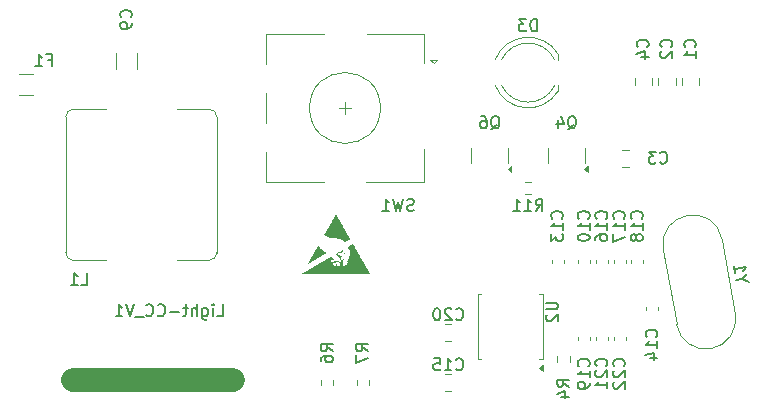
<source format=gbr>
%TF.GenerationSoftware,KiCad,Pcbnew,7.0.10-7.0.10~ubuntu22.04.1*%
%TF.CreationDate,2024-06-22T11:50:55+05:30*%
%TF.ProjectId,Light-CC,4c696768-742d-4434-932e-6b696361645f,rev?*%
%TF.SameCoordinates,PX4c4b400PY7270e00*%
%TF.FileFunction,Legend,Bot*%
%TF.FilePolarity,Positive*%
%FSLAX46Y46*%
G04 Gerber Fmt 4.6, Leading zero omitted, Abs format (unit mm)*
G04 Created by KiCad (PCBNEW 7.0.10-7.0.10~ubuntu22.04.1) date 2024-06-22 11:50:55*
%MOMM*%
%LPD*%
G01*
G04 APERTURE LIST*
%ADD10C,0.200000*%
%ADD11C,2.000000*%
%ADD12C,0.150000*%
%ADD13C,0.120000*%
G04 APERTURE END LIST*
D10*
X20154136Y8382781D02*
X20630326Y8382781D01*
X20630326Y8382781D02*
X20630326Y9382781D01*
X19820802Y8382781D02*
X19820802Y9049448D01*
X19820802Y9382781D02*
X19868421Y9335162D01*
X19868421Y9335162D02*
X19820802Y9287543D01*
X19820802Y9287543D02*
X19773183Y9335162D01*
X19773183Y9335162D02*
X19820802Y9382781D01*
X19820802Y9382781D02*
X19820802Y9287543D01*
X18916041Y9049448D02*
X18916041Y8239924D01*
X18916041Y8239924D02*
X18963660Y8144686D01*
X18963660Y8144686D02*
X19011279Y8097067D01*
X19011279Y8097067D02*
X19106517Y8049448D01*
X19106517Y8049448D02*
X19249374Y8049448D01*
X19249374Y8049448D02*
X19344612Y8097067D01*
X18916041Y8430400D02*
X19011279Y8382781D01*
X19011279Y8382781D02*
X19201755Y8382781D01*
X19201755Y8382781D02*
X19296993Y8430400D01*
X19296993Y8430400D02*
X19344612Y8478020D01*
X19344612Y8478020D02*
X19392231Y8573258D01*
X19392231Y8573258D02*
X19392231Y8858972D01*
X19392231Y8858972D02*
X19344612Y8954210D01*
X19344612Y8954210D02*
X19296993Y9001829D01*
X19296993Y9001829D02*
X19201755Y9049448D01*
X19201755Y9049448D02*
X19011279Y9049448D01*
X19011279Y9049448D02*
X18916041Y9001829D01*
X18439850Y8382781D02*
X18439850Y9382781D01*
X18011279Y8382781D02*
X18011279Y8906591D01*
X18011279Y8906591D02*
X18058898Y9001829D01*
X18058898Y9001829D02*
X18154136Y9049448D01*
X18154136Y9049448D02*
X18296993Y9049448D01*
X18296993Y9049448D02*
X18392231Y9001829D01*
X18392231Y9001829D02*
X18439850Y8954210D01*
X17677945Y9049448D02*
X17296993Y9049448D01*
X17535088Y9382781D02*
X17535088Y8525639D01*
X17535088Y8525639D02*
X17487469Y8430400D01*
X17487469Y8430400D02*
X17392231Y8382781D01*
X17392231Y8382781D02*
X17296993Y8382781D01*
X16963659Y8763734D02*
X16201755Y8763734D01*
X15154136Y8478020D02*
X15201755Y8430400D01*
X15201755Y8430400D02*
X15344612Y8382781D01*
X15344612Y8382781D02*
X15439850Y8382781D01*
X15439850Y8382781D02*
X15582707Y8430400D01*
X15582707Y8430400D02*
X15677945Y8525639D01*
X15677945Y8525639D02*
X15725564Y8620877D01*
X15725564Y8620877D02*
X15773183Y8811353D01*
X15773183Y8811353D02*
X15773183Y8954210D01*
X15773183Y8954210D02*
X15725564Y9144686D01*
X15725564Y9144686D02*
X15677945Y9239924D01*
X15677945Y9239924D02*
X15582707Y9335162D01*
X15582707Y9335162D02*
X15439850Y9382781D01*
X15439850Y9382781D02*
X15344612Y9382781D01*
X15344612Y9382781D02*
X15201755Y9335162D01*
X15201755Y9335162D02*
X15154136Y9287543D01*
X14154136Y8478020D02*
X14201755Y8430400D01*
X14201755Y8430400D02*
X14344612Y8382781D01*
X14344612Y8382781D02*
X14439850Y8382781D01*
X14439850Y8382781D02*
X14582707Y8430400D01*
X14582707Y8430400D02*
X14677945Y8525639D01*
X14677945Y8525639D02*
X14725564Y8620877D01*
X14725564Y8620877D02*
X14773183Y8811353D01*
X14773183Y8811353D02*
X14773183Y8954210D01*
X14773183Y8954210D02*
X14725564Y9144686D01*
X14725564Y9144686D02*
X14677945Y9239924D01*
X14677945Y9239924D02*
X14582707Y9335162D01*
X14582707Y9335162D02*
X14439850Y9382781D01*
X14439850Y9382781D02*
X14344612Y9382781D01*
X14344612Y9382781D02*
X14201755Y9335162D01*
X14201755Y9335162D02*
X14154136Y9287543D01*
X13963660Y8287543D02*
X13201755Y8287543D01*
X13106516Y9382781D02*
X12773183Y8382781D01*
X12773183Y8382781D02*
X12439850Y9382781D01*
X11582707Y8382781D02*
X12154135Y8382781D01*
X11868421Y8382781D02*
X11868421Y9382781D01*
X11868421Y9382781D02*
X11963659Y9239924D01*
X11963659Y9239924D02*
X12058897Y9144686D01*
X12058897Y9144686D02*
X12154135Y9097067D01*
D11*
X8000000Y3000000D02*
X21500000Y3000000D01*
D12*
X51609580Y4142858D02*
X51657200Y4190477D01*
X51657200Y4190477D02*
X51704819Y4333334D01*
X51704819Y4333334D02*
X51704819Y4428572D01*
X51704819Y4428572D02*
X51657200Y4571429D01*
X51657200Y4571429D02*
X51561961Y4666667D01*
X51561961Y4666667D02*
X51466723Y4714286D01*
X51466723Y4714286D02*
X51276247Y4761905D01*
X51276247Y4761905D02*
X51133390Y4761905D01*
X51133390Y4761905D02*
X50942914Y4714286D01*
X50942914Y4714286D02*
X50847676Y4666667D01*
X50847676Y4666667D02*
X50752438Y4571429D01*
X50752438Y4571429D02*
X50704819Y4428572D01*
X50704819Y4428572D02*
X50704819Y4333334D01*
X50704819Y4333334D02*
X50752438Y4190477D01*
X50752438Y4190477D02*
X50800057Y4142858D01*
X51704819Y3190477D02*
X51704819Y3761905D01*
X51704819Y3476191D02*
X50704819Y3476191D01*
X50704819Y3476191D02*
X50847676Y3571429D01*
X50847676Y3571429D02*
X50942914Y3666667D01*
X50942914Y3666667D02*
X50990533Y3761905D01*
X51704819Y2714286D02*
X51704819Y2523810D01*
X51704819Y2523810D02*
X51657200Y2428572D01*
X51657200Y2428572D02*
X51609580Y2380953D01*
X51609580Y2380953D02*
X51466723Y2285715D01*
X51466723Y2285715D02*
X51276247Y2238096D01*
X51276247Y2238096D02*
X50895295Y2238096D01*
X50895295Y2238096D02*
X50800057Y2285715D01*
X50800057Y2285715D02*
X50752438Y2333334D01*
X50752438Y2333334D02*
X50704819Y2428572D01*
X50704819Y2428572D02*
X50704819Y2619048D01*
X50704819Y2619048D02*
X50752438Y2714286D01*
X50752438Y2714286D02*
X50800057Y2761905D01*
X50800057Y2761905D02*
X50895295Y2809524D01*
X50895295Y2809524D02*
X51133390Y2809524D01*
X51133390Y2809524D02*
X51228628Y2761905D01*
X51228628Y2761905D02*
X51276247Y2714286D01*
X51276247Y2714286D02*
X51323866Y2619048D01*
X51323866Y2619048D02*
X51323866Y2428572D01*
X51323866Y2428572D02*
X51276247Y2333334D01*
X51276247Y2333334D02*
X51228628Y2285715D01*
X51228628Y2285715D02*
X51133390Y2238096D01*
X48014819Y9511905D02*
X48824342Y9511905D01*
X48824342Y9511905D02*
X48919580Y9464286D01*
X48919580Y9464286D02*
X48967200Y9416667D01*
X48967200Y9416667D02*
X49014819Y9321429D01*
X49014819Y9321429D02*
X49014819Y9130953D01*
X49014819Y9130953D02*
X48967200Y9035715D01*
X48967200Y9035715D02*
X48919580Y8988096D01*
X48919580Y8988096D02*
X48824342Y8940477D01*
X48824342Y8940477D02*
X48014819Y8940477D01*
X48110057Y8511905D02*
X48062438Y8464286D01*
X48062438Y8464286D02*
X48014819Y8369048D01*
X48014819Y8369048D02*
X48014819Y8130953D01*
X48014819Y8130953D02*
X48062438Y8035715D01*
X48062438Y8035715D02*
X48110057Y7988096D01*
X48110057Y7988096D02*
X48205295Y7940477D01*
X48205295Y7940477D02*
X48300533Y7940477D01*
X48300533Y7940477D02*
X48443390Y7988096D01*
X48443390Y7988096D02*
X49014819Y8559524D01*
X49014819Y8559524D02*
X49014819Y7940477D01*
X58609580Y31166667D02*
X58657200Y31214286D01*
X58657200Y31214286D02*
X58704819Y31357143D01*
X58704819Y31357143D02*
X58704819Y31452381D01*
X58704819Y31452381D02*
X58657200Y31595238D01*
X58657200Y31595238D02*
X58561961Y31690476D01*
X58561961Y31690476D02*
X58466723Y31738095D01*
X58466723Y31738095D02*
X58276247Y31785714D01*
X58276247Y31785714D02*
X58133390Y31785714D01*
X58133390Y31785714D02*
X57942914Y31738095D01*
X57942914Y31738095D02*
X57847676Y31690476D01*
X57847676Y31690476D02*
X57752438Y31595238D01*
X57752438Y31595238D02*
X57704819Y31452381D01*
X57704819Y31452381D02*
X57704819Y31357143D01*
X57704819Y31357143D02*
X57752438Y31214286D01*
X57752438Y31214286D02*
X57800057Y31166667D01*
X57800057Y30785714D02*
X57752438Y30738095D01*
X57752438Y30738095D02*
X57704819Y30642857D01*
X57704819Y30642857D02*
X57704819Y30404762D01*
X57704819Y30404762D02*
X57752438Y30309524D01*
X57752438Y30309524D02*
X57800057Y30261905D01*
X57800057Y30261905D02*
X57895295Y30214286D01*
X57895295Y30214286D02*
X57990533Y30214286D01*
X57990533Y30214286D02*
X58133390Y30261905D01*
X58133390Y30261905D02*
X58704819Y30833333D01*
X58704819Y30833333D02*
X58704819Y30214286D01*
X40392857Y8140420D02*
X40440476Y8092800D01*
X40440476Y8092800D02*
X40583333Y8045181D01*
X40583333Y8045181D02*
X40678571Y8045181D01*
X40678571Y8045181D02*
X40821428Y8092800D01*
X40821428Y8092800D02*
X40916666Y8188039D01*
X40916666Y8188039D02*
X40964285Y8283277D01*
X40964285Y8283277D02*
X41011904Y8473753D01*
X41011904Y8473753D02*
X41011904Y8616610D01*
X41011904Y8616610D02*
X40964285Y8807086D01*
X40964285Y8807086D02*
X40916666Y8902324D01*
X40916666Y8902324D02*
X40821428Y8997562D01*
X40821428Y8997562D02*
X40678571Y9045181D01*
X40678571Y9045181D02*
X40583333Y9045181D01*
X40583333Y9045181D02*
X40440476Y8997562D01*
X40440476Y8997562D02*
X40392857Y8949943D01*
X40011904Y8949943D02*
X39964285Y8997562D01*
X39964285Y8997562D02*
X39869047Y9045181D01*
X39869047Y9045181D02*
X39630952Y9045181D01*
X39630952Y9045181D02*
X39535714Y8997562D01*
X39535714Y8997562D02*
X39488095Y8949943D01*
X39488095Y8949943D02*
X39440476Y8854705D01*
X39440476Y8854705D02*
X39440476Y8759467D01*
X39440476Y8759467D02*
X39488095Y8616610D01*
X39488095Y8616610D02*
X40059523Y8045181D01*
X40059523Y8045181D02*
X39440476Y8045181D01*
X38821428Y9045181D02*
X38726190Y9045181D01*
X38726190Y9045181D02*
X38630952Y8997562D01*
X38630952Y8997562D02*
X38583333Y8949943D01*
X38583333Y8949943D02*
X38535714Y8854705D01*
X38535714Y8854705D02*
X38488095Y8664229D01*
X38488095Y8664229D02*
X38488095Y8426134D01*
X38488095Y8426134D02*
X38535714Y8235658D01*
X38535714Y8235658D02*
X38583333Y8140420D01*
X38583333Y8140420D02*
X38630952Y8092800D01*
X38630952Y8092800D02*
X38726190Y8045181D01*
X38726190Y8045181D02*
X38821428Y8045181D01*
X38821428Y8045181D02*
X38916666Y8092800D01*
X38916666Y8092800D02*
X38964285Y8140420D01*
X38964285Y8140420D02*
X39011904Y8235658D01*
X39011904Y8235658D02*
X39059523Y8426134D01*
X39059523Y8426134D02*
X39059523Y8664229D01*
X39059523Y8664229D02*
X39011904Y8854705D01*
X39011904Y8854705D02*
X38964285Y8949943D01*
X38964285Y8949943D02*
X38916666Y8997562D01*
X38916666Y8997562D02*
X38821428Y9045181D01*
X5833333Y30068991D02*
X6166666Y30068991D01*
X6166666Y29545181D02*
X6166666Y30545181D01*
X6166666Y30545181D02*
X5690476Y30545181D01*
X4785714Y29545181D02*
X5357142Y29545181D01*
X5071428Y29545181D02*
X5071428Y30545181D01*
X5071428Y30545181D02*
X5166666Y30402324D01*
X5166666Y30402324D02*
X5261904Y30307086D01*
X5261904Y30307086D02*
X5357142Y30259467D01*
X51609580Y16642858D02*
X51657200Y16690477D01*
X51657200Y16690477D02*
X51704819Y16833334D01*
X51704819Y16833334D02*
X51704819Y16928572D01*
X51704819Y16928572D02*
X51657200Y17071429D01*
X51657200Y17071429D02*
X51561961Y17166667D01*
X51561961Y17166667D02*
X51466723Y17214286D01*
X51466723Y17214286D02*
X51276247Y17261905D01*
X51276247Y17261905D02*
X51133390Y17261905D01*
X51133390Y17261905D02*
X50942914Y17214286D01*
X50942914Y17214286D02*
X50847676Y17166667D01*
X50847676Y17166667D02*
X50752438Y17071429D01*
X50752438Y17071429D02*
X50704819Y16928572D01*
X50704819Y16928572D02*
X50704819Y16833334D01*
X50704819Y16833334D02*
X50752438Y16690477D01*
X50752438Y16690477D02*
X50800057Y16642858D01*
X51704819Y15690477D02*
X51704819Y16261905D01*
X51704819Y15976191D02*
X50704819Y15976191D01*
X50704819Y15976191D02*
X50847676Y16071429D01*
X50847676Y16071429D02*
X50942914Y16166667D01*
X50942914Y16166667D02*
X50990533Y16261905D01*
X50704819Y15071429D02*
X50704819Y14976191D01*
X50704819Y14976191D02*
X50752438Y14880953D01*
X50752438Y14880953D02*
X50800057Y14833334D01*
X50800057Y14833334D02*
X50895295Y14785715D01*
X50895295Y14785715D02*
X51085771Y14738096D01*
X51085771Y14738096D02*
X51323866Y14738096D01*
X51323866Y14738096D02*
X51514342Y14785715D01*
X51514342Y14785715D02*
X51609580Y14833334D01*
X51609580Y14833334D02*
X51657200Y14880953D01*
X51657200Y14880953D02*
X51704819Y14976191D01*
X51704819Y14976191D02*
X51704819Y15071429D01*
X51704819Y15071429D02*
X51657200Y15166667D01*
X51657200Y15166667D02*
X51609580Y15214286D01*
X51609580Y15214286D02*
X51514342Y15261905D01*
X51514342Y15261905D02*
X51323866Y15309524D01*
X51323866Y15309524D02*
X51085771Y15309524D01*
X51085771Y15309524D02*
X50895295Y15261905D01*
X50895295Y15261905D02*
X50800057Y15214286D01*
X50800057Y15214286D02*
X50752438Y15166667D01*
X50752438Y15166667D02*
X50704819Y15071429D01*
X56109580Y16642858D02*
X56157200Y16690477D01*
X56157200Y16690477D02*
X56204819Y16833334D01*
X56204819Y16833334D02*
X56204819Y16928572D01*
X56204819Y16928572D02*
X56157200Y17071429D01*
X56157200Y17071429D02*
X56061961Y17166667D01*
X56061961Y17166667D02*
X55966723Y17214286D01*
X55966723Y17214286D02*
X55776247Y17261905D01*
X55776247Y17261905D02*
X55633390Y17261905D01*
X55633390Y17261905D02*
X55442914Y17214286D01*
X55442914Y17214286D02*
X55347676Y17166667D01*
X55347676Y17166667D02*
X55252438Y17071429D01*
X55252438Y17071429D02*
X55204819Y16928572D01*
X55204819Y16928572D02*
X55204819Y16833334D01*
X55204819Y16833334D02*
X55252438Y16690477D01*
X55252438Y16690477D02*
X55300057Y16642858D01*
X56204819Y15690477D02*
X56204819Y16261905D01*
X56204819Y15976191D02*
X55204819Y15976191D01*
X55204819Y15976191D02*
X55347676Y16071429D01*
X55347676Y16071429D02*
X55442914Y16166667D01*
X55442914Y16166667D02*
X55490533Y16261905D01*
X55633390Y15119048D02*
X55585771Y15214286D01*
X55585771Y15214286D02*
X55538152Y15261905D01*
X55538152Y15261905D02*
X55442914Y15309524D01*
X55442914Y15309524D02*
X55395295Y15309524D01*
X55395295Y15309524D02*
X55300057Y15261905D01*
X55300057Y15261905D02*
X55252438Y15214286D01*
X55252438Y15214286D02*
X55204819Y15119048D01*
X55204819Y15119048D02*
X55204819Y14928572D01*
X55204819Y14928572D02*
X55252438Y14833334D01*
X55252438Y14833334D02*
X55300057Y14785715D01*
X55300057Y14785715D02*
X55395295Y14738096D01*
X55395295Y14738096D02*
X55442914Y14738096D01*
X55442914Y14738096D02*
X55538152Y14785715D01*
X55538152Y14785715D02*
X55585771Y14833334D01*
X55585771Y14833334D02*
X55633390Y14928572D01*
X55633390Y14928572D02*
X55633390Y15119048D01*
X55633390Y15119048D02*
X55681009Y15214286D01*
X55681009Y15214286D02*
X55728628Y15261905D01*
X55728628Y15261905D02*
X55823866Y15309524D01*
X55823866Y15309524D02*
X56014342Y15309524D01*
X56014342Y15309524D02*
X56109580Y15261905D01*
X56109580Y15261905D02*
X56157200Y15214286D01*
X56157200Y15214286D02*
X56204819Y15119048D01*
X56204819Y15119048D02*
X56204819Y14928572D01*
X56204819Y14928572D02*
X56157200Y14833334D01*
X56157200Y14833334D02*
X56109580Y14785715D01*
X56109580Y14785715D02*
X56014342Y14738096D01*
X56014342Y14738096D02*
X55823866Y14738096D01*
X55823866Y14738096D02*
X55728628Y14785715D01*
X55728628Y14785715D02*
X55681009Y14833334D01*
X55681009Y14833334D02*
X55633390Y14928572D01*
X49845238Y24199943D02*
X49940476Y24247562D01*
X49940476Y24247562D02*
X50035714Y24342800D01*
X50035714Y24342800D02*
X50178571Y24485658D01*
X50178571Y24485658D02*
X50273809Y24533277D01*
X50273809Y24533277D02*
X50369047Y24533277D01*
X50321428Y24295181D02*
X50416666Y24342800D01*
X50416666Y24342800D02*
X50511904Y24438039D01*
X50511904Y24438039D02*
X50559523Y24628515D01*
X50559523Y24628515D02*
X50559523Y24961848D01*
X50559523Y24961848D02*
X50511904Y25152324D01*
X50511904Y25152324D02*
X50416666Y25247562D01*
X50416666Y25247562D02*
X50321428Y25295181D01*
X50321428Y25295181D02*
X50130952Y25295181D01*
X50130952Y25295181D02*
X50035714Y25247562D01*
X50035714Y25247562D02*
X49940476Y25152324D01*
X49940476Y25152324D02*
X49892857Y24961848D01*
X49892857Y24961848D02*
X49892857Y24628515D01*
X49892857Y24628515D02*
X49940476Y24438039D01*
X49940476Y24438039D02*
X50035714Y24342800D01*
X50035714Y24342800D02*
X50130952Y24295181D01*
X50130952Y24295181D02*
X50321428Y24295181D01*
X49035714Y24961848D02*
X49035714Y24295181D01*
X49273809Y25342800D02*
X49511904Y24628515D01*
X49511904Y24628515D02*
X48892857Y24628515D01*
X57359580Y6617858D02*
X57407200Y6665477D01*
X57407200Y6665477D02*
X57454819Y6808334D01*
X57454819Y6808334D02*
X57454819Y6903572D01*
X57454819Y6903572D02*
X57407200Y7046429D01*
X57407200Y7046429D02*
X57311961Y7141667D01*
X57311961Y7141667D02*
X57216723Y7189286D01*
X57216723Y7189286D02*
X57026247Y7236905D01*
X57026247Y7236905D02*
X56883390Y7236905D01*
X56883390Y7236905D02*
X56692914Y7189286D01*
X56692914Y7189286D02*
X56597676Y7141667D01*
X56597676Y7141667D02*
X56502438Y7046429D01*
X56502438Y7046429D02*
X56454819Y6903572D01*
X56454819Y6903572D02*
X56454819Y6808334D01*
X56454819Y6808334D02*
X56502438Y6665477D01*
X56502438Y6665477D02*
X56550057Y6617858D01*
X57454819Y5665477D02*
X57454819Y6236905D01*
X57454819Y5951191D02*
X56454819Y5951191D01*
X56454819Y5951191D02*
X56597676Y6046429D01*
X56597676Y6046429D02*
X56692914Y6141667D01*
X56692914Y6141667D02*
X56740533Y6236905D01*
X56788152Y4808334D02*
X57454819Y4808334D01*
X56407200Y5046429D02*
X57121485Y5284524D01*
X57121485Y5284524D02*
X57121485Y4665477D01*
X57666666Y21390420D02*
X57714285Y21342800D01*
X57714285Y21342800D02*
X57857142Y21295181D01*
X57857142Y21295181D02*
X57952380Y21295181D01*
X57952380Y21295181D02*
X58095237Y21342800D01*
X58095237Y21342800D02*
X58190475Y21438039D01*
X58190475Y21438039D02*
X58238094Y21533277D01*
X58238094Y21533277D02*
X58285713Y21723753D01*
X58285713Y21723753D02*
X58285713Y21866610D01*
X58285713Y21866610D02*
X58238094Y22057086D01*
X58238094Y22057086D02*
X58190475Y22152324D01*
X58190475Y22152324D02*
X58095237Y22247562D01*
X58095237Y22247562D02*
X57952380Y22295181D01*
X57952380Y22295181D02*
X57857142Y22295181D01*
X57857142Y22295181D02*
X57714285Y22247562D01*
X57714285Y22247562D02*
X57666666Y22199943D01*
X57333332Y22295181D02*
X56714285Y22295181D01*
X56714285Y22295181D02*
X57047618Y21914229D01*
X57047618Y21914229D02*
X56904761Y21914229D01*
X56904761Y21914229D02*
X56809523Y21866610D01*
X56809523Y21866610D02*
X56761904Y21818991D01*
X56761904Y21818991D02*
X56714285Y21723753D01*
X56714285Y21723753D02*
X56714285Y21485658D01*
X56714285Y21485658D02*
X56761904Y21390420D01*
X56761904Y21390420D02*
X56809523Y21342800D01*
X56809523Y21342800D02*
X56904761Y21295181D01*
X56904761Y21295181D02*
X57190475Y21295181D01*
X57190475Y21295181D02*
X57285713Y21342800D01*
X57285713Y21342800D02*
X57333332Y21390420D01*
X12859580Y33666667D02*
X12907200Y33714286D01*
X12907200Y33714286D02*
X12954819Y33857143D01*
X12954819Y33857143D02*
X12954819Y33952381D01*
X12954819Y33952381D02*
X12907200Y34095238D01*
X12907200Y34095238D02*
X12811961Y34190476D01*
X12811961Y34190476D02*
X12716723Y34238095D01*
X12716723Y34238095D02*
X12526247Y34285714D01*
X12526247Y34285714D02*
X12383390Y34285714D01*
X12383390Y34285714D02*
X12192914Y34238095D01*
X12192914Y34238095D02*
X12097676Y34190476D01*
X12097676Y34190476D02*
X12002438Y34095238D01*
X12002438Y34095238D02*
X11954819Y33952381D01*
X11954819Y33952381D02*
X11954819Y33857143D01*
X11954819Y33857143D02*
X12002438Y33714286D01*
X12002438Y33714286D02*
X12050057Y33666667D01*
X12954819Y33190476D02*
X12954819Y33000000D01*
X12954819Y33000000D02*
X12907200Y32904762D01*
X12907200Y32904762D02*
X12859580Y32857143D01*
X12859580Y32857143D02*
X12716723Y32761905D01*
X12716723Y32761905D02*
X12526247Y32714286D01*
X12526247Y32714286D02*
X12145295Y32714286D01*
X12145295Y32714286D02*
X12050057Y32761905D01*
X12050057Y32761905D02*
X12002438Y32809524D01*
X12002438Y32809524D02*
X11954819Y32904762D01*
X11954819Y32904762D02*
X11954819Y33095238D01*
X11954819Y33095238D02*
X12002438Y33190476D01*
X12002438Y33190476D02*
X12050057Y33238095D01*
X12050057Y33238095D02*
X12145295Y33285714D01*
X12145295Y33285714D02*
X12383390Y33285714D01*
X12383390Y33285714D02*
X12478628Y33238095D01*
X12478628Y33238095D02*
X12526247Y33190476D01*
X12526247Y33190476D02*
X12573866Y33095238D01*
X12573866Y33095238D02*
X12573866Y32904762D01*
X12573866Y32904762D02*
X12526247Y32809524D01*
X12526247Y32809524D02*
X12478628Y32761905D01*
X12478628Y32761905D02*
X12383390Y32714286D01*
X53109580Y16642858D02*
X53157200Y16690477D01*
X53157200Y16690477D02*
X53204819Y16833334D01*
X53204819Y16833334D02*
X53204819Y16928572D01*
X53204819Y16928572D02*
X53157200Y17071429D01*
X53157200Y17071429D02*
X53061961Y17166667D01*
X53061961Y17166667D02*
X52966723Y17214286D01*
X52966723Y17214286D02*
X52776247Y17261905D01*
X52776247Y17261905D02*
X52633390Y17261905D01*
X52633390Y17261905D02*
X52442914Y17214286D01*
X52442914Y17214286D02*
X52347676Y17166667D01*
X52347676Y17166667D02*
X52252438Y17071429D01*
X52252438Y17071429D02*
X52204819Y16928572D01*
X52204819Y16928572D02*
X52204819Y16833334D01*
X52204819Y16833334D02*
X52252438Y16690477D01*
X52252438Y16690477D02*
X52300057Y16642858D01*
X53204819Y15690477D02*
X53204819Y16261905D01*
X53204819Y15976191D02*
X52204819Y15976191D01*
X52204819Y15976191D02*
X52347676Y16071429D01*
X52347676Y16071429D02*
X52442914Y16166667D01*
X52442914Y16166667D02*
X52490533Y16261905D01*
X52204819Y14833334D02*
X52204819Y15023810D01*
X52204819Y15023810D02*
X52252438Y15119048D01*
X52252438Y15119048D02*
X52300057Y15166667D01*
X52300057Y15166667D02*
X52442914Y15261905D01*
X52442914Y15261905D02*
X52633390Y15309524D01*
X52633390Y15309524D02*
X53014342Y15309524D01*
X53014342Y15309524D02*
X53109580Y15261905D01*
X53109580Y15261905D02*
X53157200Y15214286D01*
X53157200Y15214286D02*
X53204819Y15119048D01*
X53204819Y15119048D02*
X53204819Y14928572D01*
X53204819Y14928572D02*
X53157200Y14833334D01*
X53157200Y14833334D02*
X53109580Y14785715D01*
X53109580Y14785715D02*
X53014342Y14738096D01*
X53014342Y14738096D02*
X52776247Y14738096D01*
X52776247Y14738096D02*
X52681009Y14785715D01*
X52681009Y14785715D02*
X52633390Y14833334D01*
X52633390Y14833334D02*
X52585771Y14928572D01*
X52585771Y14928572D02*
X52585771Y15119048D01*
X52585771Y15119048D02*
X52633390Y15214286D01*
X52633390Y15214286D02*
X52681009Y15261905D01*
X52681009Y15261905D02*
X52776247Y15309524D01*
X54609580Y16642858D02*
X54657200Y16690477D01*
X54657200Y16690477D02*
X54704819Y16833334D01*
X54704819Y16833334D02*
X54704819Y16928572D01*
X54704819Y16928572D02*
X54657200Y17071429D01*
X54657200Y17071429D02*
X54561961Y17166667D01*
X54561961Y17166667D02*
X54466723Y17214286D01*
X54466723Y17214286D02*
X54276247Y17261905D01*
X54276247Y17261905D02*
X54133390Y17261905D01*
X54133390Y17261905D02*
X53942914Y17214286D01*
X53942914Y17214286D02*
X53847676Y17166667D01*
X53847676Y17166667D02*
X53752438Y17071429D01*
X53752438Y17071429D02*
X53704819Y16928572D01*
X53704819Y16928572D02*
X53704819Y16833334D01*
X53704819Y16833334D02*
X53752438Y16690477D01*
X53752438Y16690477D02*
X53800057Y16642858D01*
X54704819Y15690477D02*
X54704819Y16261905D01*
X54704819Y15976191D02*
X53704819Y15976191D01*
X53704819Y15976191D02*
X53847676Y16071429D01*
X53847676Y16071429D02*
X53942914Y16166667D01*
X53942914Y16166667D02*
X53990533Y16261905D01*
X53704819Y15357143D02*
X53704819Y14690477D01*
X53704819Y14690477D02*
X54704819Y15119048D01*
X60609580Y31166667D02*
X60657200Y31214286D01*
X60657200Y31214286D02*
X60704819Y31357143D01*
X60704819Y31357143D02*
X60704819Y31452381D01*
X60704819Y31452381D02*
X60657200Y31595238D01*
X60657200Y31595238D02*
X60561961Y31690476D01*
X60561961Y31690476D02*
X60466723Y31738095D01*
X60466723Y31738095D02*
X60276247Y31785714D01*
X60276247Y31785714D02*
X60133390Y31785714D01*
X60133390Y31785714D02*
X59942914Y31738095D01*
X59942914Y31738095D02*
X59847676Y31690476D01*
X59847676Y31690476D02*
X59752438Y31595238D01*
X59752438Y31595238D02*
X59704819Y31452381D01*
X59704819Y31452381D02*
X59704819Y31357143D01*
X59704819Y31357143D02*
X59752438Y31214286D01*
X59752438Y31214286D02*
X59800057Y31166667D01*
X60704819Y30214286D02*
X60704819Y30785714D01*
X60704819Y30500000D02*
X59704819Y30500000D01*
X59704819Y30500000D02*
X59847676Y30595238D01*
X59847676Y30595238D02*
X59942914Y30690476D01*
X59942914Y30690476D02*
X59990533Y30785714D01*
X36833332Y17342800D02*
X36690475Y17295181D01*
X36690475Y17295181D02*
X36452380Y17295181D01*
X36452380Y17295181D02*
X36357142Y17342800D01*
X36357142Y17342800D02*
X36309523Y17390420D01*
X36309523Y17390420D02*
X36261904Y17485658D01*
X36261904Y17485658D02*
X36261904Y17580896D01*
X36261904Y17580896D02*
X36309523Y17676134D01*
X36309523Y17676134D02*
X36357142Y17723753D01*
X36357142Y17723753D02*
X36452380Y17771372D01*
X36452380Y17771372D02*
X36642856Y17818991D01*
X36642856Y17818991D02*
X36738094Y17866610D01*
X36738094Y17866610D02*
X36785713Y17914229D01*
X36785713Y17914229D02*
X36833332Y18009467D01*
X36833332Y18009467D02*
X36833332Y18104705D01*
X36833332Y18104705D02*
X36785713Y18199943D01*
X36785713Y18199943D02*
X36738094Y18247562D01*
X36738094Y18247562D02*
X36642856Y18295181D01*
X36642856Y18295181D02*
X36404761Y18295181D01*
X36404761Y18295181D02*
X36261904Y18247562D01*
X35928570Y18295181D02*
X35690475Y17295181D01*
X35690475Y17295181D02*
X35499999Y18009467D01*
X35499999Y18009467D02*
X35309523Y17295181D01*
X35309523Y17295181D02*
X35071428Y18295181D01*
X34166666Y17295181D02*
X34738094Y17295181D01*
X34452380Y17295181D02*
X34452380Y18295181D01*
X34452380Y18295181D02*
X34547618Y18152324D01*
X34547618Y18152324D02*
X34642856Y18057086D01*
X34642856Y18057086D02*
X34738094Y18009467D01*
X29954819Y5416667D02*
X29478628Y5750000D01*
X29954819Y5988095D02*
X28954819Y5988095D01*
X28954819Y5988095D02*
X28954819Y5607143D01*
X28954819Y5607143D02*
X29002438Y5511905D01*
X29002438Y5511905D02*
X29050057Y5464286D01*
X29050057Y5464286D02*
X29145295Y5416667D01*
X29145295Y5416667D02*
X29288152Y5416667D01*
X29288152Y5416667D02*
X29383390Y5464286D01*
X29383390Y5464286D02*
X29431009Y5511905D01*
X29431009Y5511905D02*
X29478628Y5607143D01*
X29478628Y5607143D02*
X29478628Y5988095D01*
X28954819Y4559524D02*
X28954819Y4750000D01*
X28954819Y4750000D02*
X29002438Y4845238D01*
X29002438Y4845238D02*
X29050057Y4892857D01*
X29050057Y4892857D02*
X29192914Y4988095D01*
X29192914Y4988095D02*
X29383390Y5035714D01*
X29383390Y5035714D02*
X29764342Y5035714D01*
X29764342Y5035714D02*
X29859580Y4988095D01*
X29859580Y4988095D02*
X29907200Y4940476D01*
X29907200Y4940476D02*
X29954819Y4845238D01*
X29954819Y4845238D02*
X29954819Y4654762D01*
X29954819Y4654762D02*
X29907200Y4559524D01*
X29907200Y4559524D02*
X29859580Y4511905D01*
X29859580Y4511905D02*
X29764342Y4464286D01*
X29764342Y4464286D02*
X29526247Y4464286D01*
X29526247Y4464286D02*
X29431009Y4511905D01*
X29431009Y4511905D02*
X29383390Y4559524D01*
X29383390Y4559524D02*
X29335771Y4654762D01*
X29335771Y4654762D02*
X29335771Y4845238D01*
X29335771Y4845238D02*
X29383390Y4940476D01*
X29383390Y4940476D02*
X29431009Y4988095D01*
X29431009Y4988095D02*
X29526247Y5035714D01*
X49359580Y16642858D02*
X49407200Y16690477D01*
X49407200Y16690477D02*
X49454819Y16833334D01*
X49454819Y16833334D02*
X49454819Y16928572D01*
X49454819Y16928572D02*
X49407200Y17071429D01*
X49407200Y17071429D02*
X49311961Y17166667D01*
X49311961Y17166667D02*
X49216723Y17214286D01*
X49216723Y17214286D02*
X49026247Y17261905D01*
X49026247Y17261905D02*
X48883390Y17261905D01*
X48883390Y17261905D02*
X48692914Y17214286D01*
X48692914Y17214286D02*
X48597676Y17166667D01*
X48597676Y17166667D02*
X48502438Y17071429D01*
X48502438Y17071429D02*
X48454819Y16928572D01*
X48454819Y16928572D02*
X48454819Y16833334D01*
X48454819Y16833334D02*
X48502438Y16690477D01*
X48502438Y16690477D02*
X48550057Y16642858D01*
X49454819Y15690477D02*
X49454819Y16261905D01*
X49454819Y15976191D02*
X48454819Y15976191D01*
X48454819Y15976191D02*
X48597676Y16071429D01*
X48597676Y16071429D02*
X48692914Y16166667D01*
X48692914Y16166667D02*
X48740533Y16261905D01*
X48454819Y15357143D02*
X48454819Y14738096D01*
X48454819Y14738096D02*
X48835771Y15071429D01*
X48835771Y15071429D02*
X48835771Y14928572D01*
X48835771Y14928572D02*
X48883390Y14833334D01*
X48883390Y14833334D02*
X48931009Y14785715D01*
X48931009Y14785715D02*
X49026247Y14738096D01*
X49026247Y14738096D02*
X49264342Y14738096D01*
X49264342Y14738096D02*
X49359580Y14785715D01*
X49359580Y14785715D02*
X49407200Y14833334D01*
X49407200Y14833334D02*
X49454819Y14928572D01*
X49454819Y14928572D02*
X49454819Y15214286D01*
X49454819Y15214286D02*
X49407200Y15309524D01*
X49407200Y15309524D02*
X49359580Y15357143D01*
X49954819Y2416667D02*
X49478628Y2750000D01*
X49954819Y2988095D02*
X48954819Y2988095D01*
X48954819Y2988095D02*
X48954819Y2607143D01*
X48954819Y2607143D02*
X49002438Y2511905D01*
X49002438Y2511905D02*
X49050057Y2464286D01*
X49050057Y2464286D02*
X49145295Y2416667D01*
X49145295Y2416667D02*
X49288152Y2416667D01*
X49288152Y2416667D02*
X49383390Y2464286D01*
X49383390Y2464286D02*
X49431009Y2511905D01*
X49431009Y2511905D02*
X49478628Y2607143D01*
X49478628Y2607143D02*
X49478628Y2988095D01*
X49288152Y1559524D02*
X49954819Y1559524D01*
X48907200Y1797619D02*
X49621485Y2035714D01*
X49621485Y2035714D02*
X49621485Y1416667D01*
X47239594Y32505181D02*
X47239594Y33505181D01*
X47239594Y33505181D02*
X47001499Y33505181D01*
X47001499Y33505181D02*
X46858642Y33457562D01*
X46858642Y33457562D02*
X46763404Y33362324D01*
X46763404Y33362324D02*
X46715785Y33267086D01*
X46715785Y33267086D02*
X46668166Y33076610D01*
X46668166Y33076610D02*
X46668166Y32933753D01*
X46668166Y32933753D02*
X46715785Y32743277D01*
X46715785Y32743277D02*
X46763404Y32648039D01*
X46763404Y32648039D02*
X46858642Y32552800D01*
X46858642Y32552800D02*
X47001499Y32505181D01*
X47001499Y32505181D02*
X47239594Y32505181D01*
X46334832Y33505181D02*
X45715785Y33505181D01*
X45715785Y33505181D02*
X46049118Y33124229D01*
X46049118Y33124229D02*
X45906261Y33124229D01*
X45906261Y33124229D02*
X45811023Y33076610D01*
X45811023Y33076610D02*
X45763404Y33028991D01*
X45763404Y33028991D02*
X45715785Y32933753D01*
X45715785Y32933753D02*
X45715785Y32695658D01*
X45715785Y32695658D02*
X45763404Y32600420D01*
X45763404Y32600420D02*
X45811023Y32552800D01*
X45811023Y32552800D02*
X45906261Y32505181D01*
X45906261Y32505181D02*
X46191975Y32505181D01*
X46191975Y32505181D02*
X46287213Y32552800D01*
X46287213Y32552800D02*
X46334832Y32600420D01*
X8666666Y11045181D02*
X9142856Y11045181D01*
X9142856Y11045181D02*
X9142856Y12045181D01*
X7809523Y11045181D02*
X8380951Y11045181D01*
X8095237Y11045181D02*
X8095237Y12045181D01*
X8095237Y12045181D02*
X8190475Y11902324D01*
X8190475Y11902324D02*
X8285713Y11807086D01*
X8285713Y11807086D02*
X8380951Y11759467D01*
X40392857Y3890420D02*
X40440476Y3842800D01*
X40440476Y3842800D02*
X40583333Y3795181D01*
X40583333Y3795181D02*
X40678571Y3795181D01*
X40678571Y3795181D02*
X40821428Y3842800D01*
X40821428Y3842800D02*
X40916666Y3938039D01*
X40916666Y3938039D02*
X40964285Y4033277D01*
X40964285Y4033277D02*
X41011904Y4223753D01*
X41011904Y4223753D02*
X41011904Y4366610D01*
X41011904Y4366610D02*
X40964285Y4557086D01*
X40964285Y4557086D02*
X40916666Y4652324D01*
X40916666Y4652324D02*
X40821428Y4747562D01*
X40821428Y4747562D02*
X40678571Y4795181D01*
X40678571Y4795181D02*
X40583333Y4795181D01*
X40583333Y4795181D02*
X40440476Y4747562D01*
X40440476Y4747562D02*
X40392857Y4699943D01*
X39440476Y3795181D02*
X40011904Y3795181D01*
X39726190Y3795181D02*
X39726190Y4795181D01*
X39726190Y4795181D02*
X39821428Y4652324D01*
X39821428Y4652324D02*
X39916666Y4557086D01*
X39916666Y4557086D02*
X40011904Y4509467D01*
X38535714Y4795181D02*
X39011904Y4795181D01*
X39011904Y4795181D02*
X39059523Y4318991D01*
X39059523Y4318991D02*
X39011904Y4366610D01*
X39011904Y4366610D02*
X38916666Y4414229D01*
X38916666Y4414229D02*
X38678571Y4414229D01*
X38678571Y4414229D02*
X38583333Y4366610D01*
X38583333Y4366610D02*
X38535714Y4318991D01*
X38535714Y4318991D02*
X38488095Y4223753D01*
X38488095Y4223753D02*
X38488095Y3985658D01*
X38488095Y3985658D02*
X38535714Y3890420D01*
X38535714Y3890420D02*
X38583333Y3842800D01*
X38583333Y3842800D02*
X38678571Y3795181D01*
X38678571Y3795181D02*
X38916666Y3795181D01*
X38916666Y3795181D02*
X39011904Y3842800D01*
X39011904Y3842800D02*
X39059523Y3890420D01*
X64603736Y11534755D02*
X64134780Y11452066D01*
X65177470Y11297445D02*
X64603736Y11534755D01*
X64603736Y11534755D02*
X65061705Y11953983D01*
X63928056Y12624456D02*
X64027283Y12061709D01*
X63977670Y12343083D02*
X64962477Y12516731D01*
X64962477Y12516731D02*
X64838328Y12398133D01*
X64838328Y12398133D02*
X64761075Y12287803D01*
X64761075Y12287803D02*
X64730717Y12185743D01*
X54609580Y4142858D02*
X54657200Y4190477D01*
X54657200Y4190477D02*
X54704819Y4333334D01*
X54704819Y4333334D02*
X54704819Y4428572D01*
X54704819Y4428572D02*
X54657200Y4571429D01*
X54657200Y4571429D02*
X54561961Y4666667D01*
X54561961Y4666667D02*
X54466723Y4714286D01*
X54466723Y4714286D02*
X54276247Y4761905D01*
X54276247Y4761905D02*
X54133390Y4761905D01*
X54133390Y4761905D02*
X53942914Y4714286D01*
X53942914Y4714286D02*
X53847676Y4666667D01*
X53847676Y4666667D02*
X53752438Y4571429D01*
X53752438Y4571429D02*
X53704819Y4428572D01*
X53704819Y4428572D02*
X53704819Y4333334D01*
X53704819Y4333334D02*
X53752438Y4190477D01*
X53752438Y4190477D02*
X53800057Y4142858D01*
X53800057Y3761905D02*
X53752438Y3714286D01*
X53752438Y3714286D02*
X53704819Y3619048D01*
X53704819Y3619048D02*
X53704819Y3380953D01*
X53704819Y3380953D02*
X53752438Y3285715D01*
X53752438Y3285715D02*
X53800057Y3238096D01*
X53800057Y3238096D02*
X53895295Y3190477D01*
X53895295Y3190477D02*
X53990533Y3190477D01*
X53990533Y3190477D02*
X54133390Y3238096D01*
X54133390Y3238096D02*
X54704819Y3809524D01*
X54704819Y3809524D02*
X54704819Y3190477D01*
X53800057Y2809524D02*
X53752438Y2761905D01*
X53752438Y2761905D02*
X53704819Y2666667D01*
X53704819Y2666667D02*
X53704819Y2428572D01*
X53704819Y2428572D02*
X53752438Y2333334D01*
X53752438Y2333334D02*
X53800057Y2285715D01*
X53800057Y2285715D02*
X53895295Y2238096D01*
X53895295Y2238096D02*
X53990533Y2238096D01*
X53990533Y2238096D02*
X54133390Y2285715D01*
X54133390Y2285715D02*
X54704819Y2857143D01*
X54704819Y2857143D02*
X54704819Y2238096D01*
X47142857Y17295181D02*
X47476190Y17771372D01*
X47714285Y17295181D02*
X47714285Y18295181D01*
X47714285Y18295181D02*
X47333333Y18295181D01*
X47333333Y18295181D02*
X47238095Y18247562D01*
X47238095Y18247562D02*
X47190476Y18199943D01*
X47190476Y18199943D02*
X47142857Y18104705D01*
X47142857Y18104705D02*
X47142857Y17961848D01*
X47142857Y17961848D02*
X47190476Y17866610D01*
X47190476Y17866610D02*
X47238095Y17818991D01*
X47238095Y17818991D02*
X47333333Y17771372D01*
X47333333Y17771372D02*
X47714285Y17771372D01*
X46190476Y17295181D02*
X46761904Y17295181D01*
X46476190Y17295181D02*
X46476190Y18295181D01*
X46476190Y18295181D02*
X46571428Y18152324D01*
X46571428Y18152324D02*
X46666666Y18057086D01*
X46666666Y18057086D02*
X46761904Y18009467D01*
X45238095Y17295181D02*
X45809523Y17295181D01*
X45523809Y17295181D02*
X45523809Y18295181D01*
X45523809Y18295181D02*
X45619047Y18152324D01*
X45619047Y18152324D02*
X45714285Y18057086D01*
X45714285Y18057086D02*
X45809523Y18009467D01*
X32954819Y5416667D02*
X32478628Y5750000D01*
X32954819Y5988095D02*
X31954819Y5988095D01*
X31954819Y5988095D02*
X31954819Y5607143D01*
X31954819Y5607143D02*
X32002438Y5511905D01*
X32002438Y5511905D02*
X32050057Y5464286D01*
X32050057Y5464286D02*
X32145295Y5416667D01*
X32145295Y5416667D02*
X32288152Y5416667D01*
X32288152Y5416667D02*
X32383390Y5464286D01*
X32383390Y5464286D02*
X32431009Y5511905D01*
X32431009Y5511905D02*
X32478628Y5607143D01*
X32478628Y5607143D02*
X32478628Y5988095D01*
X31954819Y5083333D02*
X31954819Y4416667D01*
X31954819Y4416667D02*
X32954819Y4845238D01*
X43345238Y24199943D02*
X43440476Y24247562D01*
X43440476Y24247562D02*
X43535714Y24342800D01*
X43535714Y24342800D02*
X43678571Y24485658D01*
X43678571Y24485658D02*
X43773809Y24533277D01*
X43773809Y24533277D02*
X43869047Y24533277D01*
X43821428Y24295181D02*
X43916666Y24342800D01*
X43916666Y24342800D02*
X44011904Y24438039D01*
X44011904Y24438039D02*
X44059523Y24628515D01*
X44059523Y24628515D02*
X44059523Y24961848D01*
X44059523Y24961848D02*
X44011904Y25152324D01*
X44011904Y25152324D02*
X43916666Y25247562D01*
X43916666Y25247562D02*
X43821428Y25295181D01*
X43821428Y25295181D02*
X43630952Y25295181D01*
X43630952Y25295181D02*
X43535714Y25247562D01*
X43535714Y25247562D02*
X43440476Y25152324D01*
X43440476Y25152324D02*
X43392857Y24961848D01*
X43392857Y24961848D02*
X43392857Y24628515D01*
X43392857Y24628515D02*
X43440476Y24438039D01*
X43440476Y24438039D02*
X43535714Y24342800D01*
X43535714Y24342800D02*
X43630952Y24295181D01*
X43630952Y24295181D02*
X43821428Y24295181D01*
X42535714Y25295181D02*
X42726190Y25295181D01*
X42726190Y25295181D02*
X42821428Y25247562D01*
X42821428Y25247562D02*
X42869047Y25199943D01*
X42869047Y25199943D02*
X42964285Y25057086D01*
X42964285Y25057086D02*
X43011904Y24866610D01*
X43011904Y24866610D02*
X43011904Y24485658D01*
X43011904Y24485658D02*
X42964285Y24390420D01*
X42964285Y24390420D02*
X42916666Y24342800D01*
X42916666Y24342800D02*
X42821428Y24295181D01*
X42821428Y24295181D02*
X42630952Y24295181D01*
X42630952Y24295181D02*
X42535714Y24342800D01*
X42535714Y24342800D02*
X42488095Y24390420D01*
X42488095Y24390420D02*
X42440476Y24485658D01*
X42440476Y24485658D02*
X42440476Y24723753D01*
X42440476Y24723753D02*
X42488095Y24818991D01*
X42488095Y24818991D02*
X42535714Y24866610D01*
X42535714Y24866610D02*
X42630952Y24914229D01*
X42630952Y24914229D02*
X42821428Y24914229D01*
X42821428Y24914229D02*
X42916666Y24866610D01*
X42916666Y24866610D02*
X42964285Y24818991D01*
X42964285Y24818991D02*
X43011904Y24723753D01*
X56609580Y31166667D02*
X56657200Y31214286D01*
X56657200Y31214286D02*
X56704819Y31357143D01*
X56704819Y31357143D02*
X56704819Y31452381D01*
X56704819Y31452381D02*
X56657200Y31595238D01*
X56657200Y31595238D02*
X56561961Y31690476D01*
X56561961Y31690476D02*
X56466723Y31738095D01*
X56466723Y31738095D02*
X56276247Y31785714D01*
X56276247Y31785714D02*
X56133390Y31785714D01*
X56133390Y31785714D02*
X55942914Y31738095D01*
X55942914Y31738095D02*
X55847676Y31690476D01*
X55847676Y31690476D02*
X55752438Y31595238D01*
X55752438Y31595238D02*
X55704819Y31452381D01*
X55704819Y31452381D02*
X55704819Y31357143D01*
X55704819Y31357143D02*
X55752438Y31214286D01*
X55752438Y31214286D02*
X55800057Y31166667D01*
X56038152Y30309524D02*
X56704819Y30309524D01*
X55657200Y30547619D02*
X56371485Y30785714D01*
X56371485Y30785714D02*
X56371485Y30166667D01*
X53109580Y4167858D02*
X53157200Y4215477D01*
X53157200Y4215477D02*
X53204819Y4358334D01*
X53204819Y4358334D02*
X53204819Y4453572D01*
X53204819Y4453572D02*
X53157200Y4596429D01*
X53157200Y4596429D02*
X53061961Y4691667D01*
X53061961Y4691667D02*
X52966723Y4739286D01*
X52966723Y4739286D02*
X52776247Y4786905D01*
X52776247Y4786905D02*
X52633390Y4786905D01*
X52633390Y4786905D02*
X52442914Y4739286D01*
X52442914Y4739286D02*
X52347676Y4691667D01*
X52347676Y4691667D02*
X52252438Y4596429D01*
X52252438Y4596429D02*
X52204819Y4453572D01*
X52204819Y4453572D02*
X52204819Y4358334D01*
X52204819Y4358334D02*
X52252438Y4215477D01*
X52252438Y4215477D02*
X52300057Y4167858D01*
X52300057Y3786905D02*
X52252438Y3739286D01*
X52252438Y3739286D02*
X52204819Y3644048D01*
X52204819Y3644048D02*
X52204819Y3405953D01*
X52204819Y3405953D02*
X52252438Y3310715D01*
X52252438Y3310715D02*
X52300057Y3263096D01*
X52300057Y3263096D02*
X52395295Y3215477D01*
X52395295Y3215477D02*
X52490533Y3215477D01*
X52490533Y3215477D02*
X52633390Y3263096D01*
X52633390Y3263096D02*
X53204819Y3834524D01*
X53204819Y3834524D02*
X53204819Y3215477D01*
X53204819Y2263096D02*
X53204819Y2834524D01*
X53204819Y2548810D02*
X52204819Y2548810D01*
X52204819Y2548810D02*
X52347676Y2644048D01*
X52347676Y2644048D02*
X52442914Y2739286D01*
X52442914Y2739286D02*
X52490533Y2834524D01*
D13*
%TO.C,C19*%
X50740000Y6359420D02*
X50740000Y6640580D01*
X51760000Y6359420D02*
X51760000Y6640580D01*
%TO.C,U2*%
X42275000Y4775000D02*
X42535000Y4775000D01*
X47725000Y4775000D02*
X47465000Y4775000D01*
X42275000Y7500000D02*
X42275000Y4775000D01*
X42275000Y7500000D02*
X42275000Y10225000D01*
X47725000Y7500000D02*
X47725000Y4775000D01*
X47725000Y7500000D02*
X47725000Y10225000D01*
X42275000Y10225000D02*
X42535000Y10225000D01*
X47725000Y10225000D02*
X47465000Y10225000D01*
X47795000Y3752500D02*
X47465000Y3992500D01*
X47795000Y4232500D01*
X47795000Y3752500D01*
G36*
X47795000Y3752500D02*
G01*
X47465000Y3992500D01*
X47795000Y4232500D01*
X47795000Y3752500D01*
G37*
%TO.C,C2*%
X57515000Y27988748D02*
X57515000Y28511252D01*
X58985000Y27988748D02*
X58985000Y28511252D01*
%TO.C,C20*%
X40011252Y6265000D02*
X39488748Y6265000D01*
X40011252Y7735000D02*
X39488748Y7735000D01*
%TO.C,F1*%
X4602064Y27090000D02*
X3397936Y27090000D01*
X4602064Y28910000D02*
X3397936Y28910000D01*
%TO.C,C10*%
X51760000Y13140580D02*
X51760000Y12859420D01*
X50740000Y13140580D02*
X50740000Y12859420D01*
%TO.C,C18*%
X56260000Y13140580D02*
X56260000Y12859420D01*
X55240000Y13140580D02*
X55240000Y12859420D01*
%TO.C,Q4*%
X48190000Y22000000D02*
X48190000Y21350000D01*
X48190000Y22000000D02*
X48190000Y22650000D01*
X51310000Y22000000D02*
X51310000Y21350000D01*
X51310000Y22000000D02*
X51310000Y22650000D01*
X51590000Y20597500D02*
X51260000Y20837500D01*
X51590000Y21077500D01*
X51590000Y20597500D01*
G36*
X51590000Y20597500D02*
G01*
X51260000Y20837500D01*
X51590000Y21077500D01*
X51590000Y20597500D01*
G37*
%TO.C,C14*%
X57510000Y9140580D02*
X57510000Y8859420D01*
X56490000Y9140580D02*
X56490000Y8859420D01*
%TO.C,C3*%
X54488748Y22485000D02*
X55011252Y22485000D01*
X54488748Y21015000D02*
X55011252Y21015000D01*
%TO.C,C9*%
X13410000Y30686252D02*
X13410000Y29263748D01*
X11590000Y30686252D02*
X11590000Y29263748D01*
%TO.C,C16*%
X53260000Y13140580D02*
X53260000Y12859420D01*
X52240000Y13140580D02*
X52240000Y12859420D01*
%TO.C,C17*%
X54760000Y13140580D02*
X54760000Y12859420D01*
X53740000Y13140580D02*
X53740000Y12859420D01*
%TO.C,C1*%
X59515000Y27988748D02*
X59515000Y28511252D01*
X60985000Y27988748D02*
X60985000Y28511252D01*
%TO.C,SW1*%
X38800000Y30100000D02*
X38200000Y30100000D01*
X38500000Y29800000D02*
X38800000Y30100000D01*
X38200000Y30100000D02*
X38500000Y29800000D01*
X37700000Y19700000D02*
X37700000Y22500000D01*
X37700000Y32300000D02*
X37700000Y29800000D01*
X32900000Y32300000D02*
X37700000Y32300000D01*
X32800000Y19700000D02*
X37700000Y19700000D01*
X31500000Y26000000D02*
X30500000Y26000000D01*
X31000000Y26500000D02*
X31000000Y25500000D01*
X29200000Y32300000D02*
X24300000Y32300000D01*
X24300000Y19700000D02*
X29200000Y19700000D01*
X24300000Y22300000D02*
X24300000Y19700000D01*
X24300000Y27300000D02*
X24300000Y24700000D01*
X24300000Y32300000D02*
X24300000Y29700000D01*
X34000000Y26000000D02*
G75*
G03*
X28000000Y26000000I-3000000J0D01*
G01*
X28000000Y26000000D02*
G75*
G03*
X34000000Y26000000I3000000J0D01*
G01*
%TO.C,R6*%
X30022500Y2987258D02*
X30022500Y2512742D01*
X28977500Y2987258D02*
X28977500Y2512742D01*
%TO.C,C13*%
X48490000Y12859420D02*
X48490000Y13140580D01*
X49510000Y12859420D02*
X49510000Y13140580D01*
%TO.C,R4*%
X48977500Y4512742D02*
X48977500Y4987258D01*
X50022500Y4512742D02*
X50022500Y4987258D01*
%TO.C,D3*%
X49061500Y27920000D02*
X49061500Y27455000D01*
X49061500Y30545000D02*
X49061500Y30080000D01*
X43713686Y27919173D02*
G75*
G03*
X49061499Y27455170I2787814J1080827D01*
G01*
X44247022Y27919572D02*
G75*
G03*
X48756183Y27920000I2254478J1080428D01*
G01*
X48756184Y30080000D02*
G75*
G03*
X44247021Y30080429I-2254684J-1080000D01*
G01*
X49061499Y30544830D02*
G75*
G03*
X43713686Y30080827I-2559999J-1544830D01*
G01*
%TO.C,L1*%
X16750000Y25900000D02*
X19500000Y25900000D01*
X8000000Y25900000D02*
X10750000Y25900000D01*
X7350000Y25250000D02*
X7350000Y13750000D01*
X20150000Y13750000D02*
X20150000Y25250000D01*
X16750000Y13100000D02*
X19500000Y13100000D01*
X8000000Y13100000D02*
X10750000Y13100000D01*
X20150000Y25250000D02*
G75*
G03*
X19500000Y25900000I-650001J-1D01*
G01*
X8000000Y25900000D02*
G75*
G03*
X7350000Y25250000I1J-650001D01*
G01*
X19500000Y13100000D02*
G75*
G03*
X20150000Y13750000I0J650000D01*
G01*
X7350000Y13750000D02*
G75*
G03*
X8000000Y13100000I650000J0D01*
G01*
%TO.C,G\u002A\u002A\u002A*%
G36*
X28741310Y14372793D02*
G01*
X28746670Y14365637D01*
X28753012Y14355620D01*
X28781682Y14309685D01*
X28817777Y14258005D01*
X28857969Y14206479D01*
X28902712Y14154558D01*
X28952458Y14101695D01*
X29007660Y14047341D01*
X29029667Y14026852D01*
X29078219Y13984296D01*
X29130944Y13941201D01*
X29186638Y13898451D01*
X29244097Y13856929D01*
X29302117Y13817517D01*
X29359496Y13781098D01*
X29415029Y13748554D01*
X29415205Y13748456D01*
X29427483Y13741278D01*
X29437137Y13735041D01*
X29443205Y13730412D01*
X29444720Y13728057D01*
X29442657Y13726708D01*
X29435633Y13722435D01*
X29424195Y13715603D01*
X29408898Y13706539D01*
X29390296Y13695570D01*
X29368943Y13683023D01*
X29345392Y13669226D01*
X29320198Y13654506D01*
X29306431Y13646470D01*
X29279447Y13630708D01*
X29253032Y13615263D01*
X29227992Y13600609D01*
X29205131Y13587215D01*
X29185255Y13575554D01*
X29169169Y13566098D01*
X29157678Y13559317D01*
X29155768Y13558187D01*
X29142946Y13550624D01*
X29125757Y13540516D01*
X29105064Y13528368D01*
X29081732Y13514687D01*
X29056624Y13499979D01*
X29030604Y13484752D01*
X29004535Y13469511D01*
X28991400Y13461836D01*
X28961922Y13444606D01*
X28928918Y13425311D01*
X28893632Y13404678D01*
X28857304Y13383433D01*
X28821179Y13362303D01*
X28786498Y13342015D01*
X28754504Y13323296D01*
X28728046Y13307813D01*
X28698648Y13290612D01*
X28669711Y13273681D01*
X28642059Y13257502D01*
X28616512Y13242556D01*
X28593894Y13229324D01*
X28575026Y13218287D01*
X28560730Y13209927D01*
X28542146Y13199049D01*
X28521828Y13187136D01*
X28502278Y13175655D01*
X28485040Y13165513D01*
X28471657Y13157616D01*
X28469137Y13156128D01*
X28457661Y13149377D01*
X28441818Y13140083D01*
X28422397Y13128710D01*
X28400190Y13115720D01*
X28375989Y13101577D01*
X28350583Y13086742D01*
X28324763Y13071678D01*
X28316859Y13067068D01*
X28291082Y13052025D01*
X28265961Y13037352D01*
X28242287Y13023511D01*
X28220849Y13010967D01*
X28202440Y13000180D01*
X28187850Y12991615D01*
X28177870Y12985733D01*
X28176244Y12984772D01*
X28165172Y12978245D01*
X28149674Y12969134D01*
X28130560Y12957911D01*
X28108637Y12945052D01*
X28084715Y12931030D01*
X28059600Y12916320D01*
X28034103Y12901396D01*
X28031109Y12899644D01*
X28004964Y12884333D01*
X27978807Y12868994D01*
X27953540Y12854159D01*
X27930063Y12840358D01*
X27909280Y12828119D01*
X27892090Y12817973D01*
X27879396Y12810450D01*
X27869326Y12804495D01*
X27855594Y12796502D01*
X27844354Y12790110D01*
X27836559Y12785861D01*
X27833165Y12784294D01*
X27832787Y12785139D01*
X27834407Y12789889D01*
X27838312Y12797447D01*
X27839172Y12798949D01*
X27843425Y12806407D01*
X27850250Y12818395D01*
X27859272Y12834254D01*
X27870117Y12853327D01*
X27882411Y12874954D01*
X27895780Y12898479D01*
X27909850Y12923244D01*
X27913122Y12929004D01*
X27943110Y12981792D01*
X27970583Y13030146D01*
X27996055Y13074972D01*
X28020044Y13117179D01*
X28043064Y13157673D01*
X28065632Y13197362D01*
X28088263Y13237154D01*
X28111475Y13277955D01*
X28135782Y13320673D01*
X28161701Y13366217D01*
X28189748Y13415492D01*
X28197894Y13429803D01*
X28216615Y13462692D01*
X28234915Y13494842D01*
X28252459Y13525665D01*
X28268915Y13554574D01*
X28283948Y13580984D01*
X28297224Y13604308D01*
X28308410Y13623959D01*
X28317171Y13639350D01*
X28323173Y13649896D01*
X28325983Y13654833D01*
X28335113Y13670880D01*
X28346458Y13690825D01*
X28359386Y13713558D01*
X28373268Y13737973D01*
X28387474Y13762960D01*
X28401374Y13787413D01*
X28412749Y13807424D01*
X28425222Y13829367D01*
X28437624Y13851182D01*
X28450305Y13873488D01*
X28463617Y13896902D01*
X28477911Y13922042D01*
X28493539Y13949527D01*
X28510852Y13979973D01*
X28530201Y14013999D01*
X28551938Y14052223D01*
X28576413Y14095263D01*
X28594388Y14126869D01*
X28618400Y14169082D01*
X28639609Y14206356D01*
X28658184Y14238985D01*
X28674295Y14267267D01*
X28688110Y14291495D01*
X28699800Y14311966D01*
X28709533Y14328976D01*
X28717478Y14342819D01*
X28723805Y14353791D01*
X28728682Y14362188D01*
X28732279Y14368306D01*
X28734765Y14372439D01*
X28736309Y14374883D01*
X28737080Y14375935D01*
X28737784Y14375999D01*
X28741310Y14372793D01*
G37*
G36*
X30244290Y17024889D02*
G01*
X30247014Y17020563D01*
X30252570Y17011258D01*
X30260760Y16997319D01*
X30271386Y16979087D01*
X30284251Y16956904D01*
X30299156Y16931115D01*
X30315904Y16902060D01*
X30334298Y16870083D01*
X30354138Y16835527D01*
X30375229Y16798733D01*
X30397371Y16760045D01*
X30420366Y16719805D01*
X30428196Y16706093D01*
X30446706Y16673680D01*
X30468017Y16636361D01*
X30491928Y16594490D01*
X30518239Y16548417D01*
X30546747Y16498497D01*
X30577251Y16445081D01*
X30609550Y16388523D01*
X30643442Y16329175D01*
X30678726Y16267390D01*
X30715201Y16203521D01*
X30752664Y16137920D01*
X30790915Y16070940D01*
X30829753Y16002934D01*
X30868975Y15934254D01*
X30908381Y15865253D01*
X30947768Y15796284D01*
X30986937Y15727699D01*
X31025684Y15659852D01*
X31039276Y15636051D01*
X31075316Y15572929D01*
X31110492Y15511308D01*
X31144677Y15451406D01*
X31177749Y15393440D01*
X31209583Y15337630D01*
X31240054Y15284192D01*
X31269039Y15233346D01*
X31296413Y15185309D01*
X31322052Y15140299D01*
X31345832Y15098536D01*
X31367628Y15060235D01*
X31387317Y15025617D01*
X31404774Y14994899D01*
X31419875Y14968300D01*
X31432495Y14946036D01*
X31442512Y14928327D01*
X31449799Y14915391D01*
X31454233Y14907446D01*
X31455691Y14904709D01*
X31455626Y14904666D01*
X31452210Y14902624D01*
X31444066Y14897820D01*
X31431789Y14890602D01*
X31415975Y14881321D01*
X31397218Y14870325D01*
X31376115Y14857965D01*
X31353261Y14844590D01*
X31350803Y14843152D01*
X31324250Y14827615D01*
X31293758Y14809768D01*
X31260645Y14790384D01*
X31226229Y14770234D01*
X31191827Y14750089D01*
X31158759Y14730722D01*
X31128342Y14712904D01*
X31106772Y14700286D01*
X31082885Y14686356D01*
X31061129Y14673717D01*
X31042048Y14662682D01*
X31026185Y14653564D01*
X31014082Y14646676D01*
X31006281Y14642329D01*
X31003326Y14640839D01*
X31002469Y14641527D01*
X30998513Y14646139D01*
X30992293Y14654119D01*
X30984712Y14664329D01*
X30980652Y14669727D01*
X30969278Y14683770D01*
X30956395Y14698607D01*
X30944082Y14711806D01*
X30925601Y14729772D01*
X30881735Y14766538D01*
X30832315Y14800738D01*
X30777464Y14832326D01*
X30717302Y14861257D01*
X30651949Y14887484D01*
X30581527Y14910961D01*
X30506157Y14931641D01*
X30425959Y14949479D01*
X30341054Y14964428D01*
X30251563Y14976442D01*
X30228490Y14978925D01*
X30194469Y14982103D01*
X30159087Y14984925D01*
X30123854Y14987293D01*
X30090281Y14989107D01*
X30059879Y14990269D01*
X30034158Y14990680D01*
X29987362Y14992231D01*
X29940397Y14996959D01*
X29915910Y15000480D01*
X29823896Y15015976D01*
X29737390Y15034294D01*
X29656323Y15055461D01*
X29580627Y15079503D01*
X29510234Y15106444D01*
X29445076Y15136310D01*
X29385085Y15169126D01*
X29330193Y15204919D01*
X29280332Y15243712D01*
X29267135Y15255037D01*
X29258017Y15263229D01*
X29252426Y15268972D01*
X29249716Y15273033D01*
X29249237Y15276178D01*
X29250340Y15279174D01*
X29250857Y15280138D01*
X29254344Y15286449D01*
X29260464Y15297373D01*
X29269254Y15312972D01*
X29280749Y15333309D01*
X29294983Y15358446D01*
X29311995Y15388448D01*
X29331818Y15423376D01*
X29354488Y15463294D01*
X29380042Y15508264D01*
X29408515Y15558349D01*
X29439942Y15613613D01*
X29474360Y15674117D01*
X29511803Y15739925D01*
X29552308Y15811099D01*
X29563291Y15830397D01*
X29582086Y15863425D01*
X29602450Y15899216D01*
X29623465Y15936154D01*
X29644211Y15972623D01*
X29663769Y16007007D01*
X29681219Y16037690D01*
X29697642Y16066567D01*
X29716605Y16099906D01*
X29737007Y16135774D01*
X29758014Y16172704D01*
X29778794Y16209232D01*
X29798513Y16243892D01*
X29816337Y16275219D01*
X29825820Y16291885D01*
X29856515Y16345834D01*
X29884432Y16394900D01*
X29909811Y16439509D01*
X29932895Y16480088D01*
X29953927Y16517062D01*
X29973149Y16550857D01*
X29990802Y16581899D01*
X30007130Y16610614D01*
X30022375Y16637428D01*
X30036778Y16662766D01*
X30042372Y16672606D01*
X30056505Y16697463D01*
X30072559Y16725692D01*
X30089729Y16755878D01*
X30107212Y16786608D01*
X30124202Y16816466D01*
X30139895Y16844039D01*
X30151134Y16863795D01*
X30165422Y16888940D01*
X30179298Y16913392D01*
X30192226Y16936204D01*
X30203668Y16956426D01*
X30213088Y16973114D01*
X30219950Y16985318D01*
X30223409Y16991456D01*
X30231040Y17004713D01*
X30237414Y17015395D01*
X30241945Y17022535D01*
X30244048Y17025167D01*
X30244290Y17024889D01*
G37*
G36*
X30200588Y13017005D02*
G01*
X30200650Y13016924D01*
X30212871Y13001103D01*
X30222484Y12990100D01*
X30230457Y12983610D01*
X30237760Y12981329D01*
X30245362Y12982954D01*
X30254232Y12988180D01*
X30265340Y12996705D01*
X30279549Y13007217D01*
X30309192Y13024008D01*
X30339989Y13035077D01*
X30371395Y13040359D01*
X30402867Y13039787D01*
X30433861Y13033296D01*
X30463835Y13020819D01*
X30474895Y13013834D01*
X30490708Y13001271D01*
X30508306Y12985049D01*
X30526805Y12966039D01*
X30545321Y12945113D01*
X30562971Y12923140D01*
X30568804Y12915326D01*
X30579480Y12900495D01*
X30591458Y12883367D01*
X30604034Y12864996D01*
X30616501Y12846435D01*
X30628154Y12828741D01*
X30638286Y12812966D01*
X30646193Y12800166D01*
X30651167Y12791395D01*
X30654165Y12785810D01*
X30657427Y12781114D01*
X30659737Y12780442D01*
X30661230Y12784238D01*
X30662047Y12792946D01*
X30662323Y12807011D01*
X30662199Y12826877D01*
X30661820Y12846711D01*
X30659326Y12905091D01*
X30654845Y12966537D01*
X30648544Y13029006D01*
X30640590Y13090452D01*
X30640233Y13092895D01*
X30636825Y13113562D01*
X30633149Y13130178D01*
X30628697Y13144732D01*
X30622959Y13159210D01*
X30597886Y13212030D01*
X30561832Y13275765D01*
X30519654Y13339051D01*
X30471418Y13401797D01*
X30417192Y13463910D01*
X30357040Y13525301D01*
X30355102Y13527168D01*
X30341117Y13540371D01*
X30325187Y13555026D01*
X30308128Y13570419D01*
X30290755Y13585839D01*
X30273884Y13600572D01*
X30258330Y13613903D01*
X30244910Y13625121D01*
X30234439Y13633512D01*
X30227733Y13638363D01*
X30224196Y13640991D01*
X30221872Y13644076D01*
X30222477Y13644720D01*
X30227371Y13648148D01*
X30236543Y13653999D01*
X30249223Y13661796D01*
X30264644Y13671064D01*
X30282036Y13681327D01*
X30302356Y13693230D01*
X30326545Y13707424D01*
X30351236Y13721934D01*
X30374462Y13735605D01*
X30394256Y13747282D01*
X30395899Y13748252D01*
X30411940Y13757674D01*
X30426007Y13765852D01*
X30437252Y13772296D01*
X30444825Y13776520D01*
X30447875Y13778037D01*
X30448195Y13776625D01*
X30448456Y13769991D01*
X30448477Y13758860D01*
X30448257Y13744267D01*
X30447799Y13727249D01*
X30447290Y13713555D01*
X30446200Y13694326D01*
X30444721Y13679445D01*
X30442717Y13667712D01*
X30440057Y13657926D01*
X30435610Y13638837D01*
X30434015Y13616498D01*
X30436076Y13595869D01*
X30438950Y13586604D01*
X30444876Y13573602D01*
X30452780Y13559541D01*
X30461879Y13545537D01*
X30471392Y13532703D01*
X30480537Y13522155D01*
X30488533Y13515009D01*
X30494598Y13512379D01*
X30494661Y13512380D01*
X30499551Y13514829D01*
X30507071Y13521264D01*
X30516229Y13530610D01*
X30526031Y13541794D01*
X30535486Y13553742D01*
X30543600Y13565381D01*
X30552173Y13580399D01*
X30563320Y13609010D01*
X30568463Y13638425D01*
X30567637Y13668168D01*
X30560876Y13697762D01*
X30548217Y13726730D01*
X30529693Y13754596D01*
X30526753Y13758378D01*
X30516163Y13773105D01*
X30507747Y13786580D01*
X30502172Y13797669D01*
X30500100Y13805234D01*
X30500174Y13805572D01*
X30503399Y13809005D01*
X30510204Y13814175D01*
X30518949Y13820030D01*
X30527996Y13825515D01*
X30535707Y13829579D01*
X30540443Y13831168D01*
X30542249Y13829551D01*
X30546726Y13823511D01*
X30552953Y13814043D01*
X30560169Y13802258D01*
X30562892Y13797629D01*
X30570406Y13783970D01*
X30575356Y13772776D01*
X30578549Y13761988D01*
X30580788Y13749545D01*
X30582699Y13738398D01*
X30589401Y13710511D01*
X30599112Y13679654D01*
X30611396Y13647284D01*
X30614966Y13638468D01*
X30618523Y13628707D01*
X30620000Y13622189D01*
X30619676Y13617420D01*
X30617832Y13612905D01*
X30616985Y13611297D01*
X30612939Y13603869D01*
X30606752Y13592690D01*
X30599100Y13578977D01*
X30590659Y13563948D01*
X30588320Y13559781D01*
X30579328Y13543485D01*
X30570876Y13527777D01*
X30563822Y13514267D01*
X30559024Y13504565D01*
X30556532Y13498890D01*
X30548574Y13472117D01*
X30546304Y13444853D01*
X30549722Y13418122D01*
X30558832Y13392949D01*
X30558977Y13392658D01*
X30565821Y13380571D01*
X30573735Y13369002D01*
X30581708Y13359197D01*
X30588731Y13352401D01*
X30593793Y13349859D01*
X30596693Y13351098D01*
X30603254Y13356684D01*
X30611985Y13365993D01*
X30622103Y13378173D01*
X30632826Y13392372D01*
X30638762Y13401013D01*
X30650070Y13419004D01*
X30662611Y13440449D01*
X30675609Y13463930D01*
X30688286Y13488027D01*
X30699864Y13511321D01*
X30709564Y13532392D01*
X30714583Y13544017D01*
X30719819Y13556975D01*
X30723248Y13567397D01*
X30725343Y13577127D01*
X30726578Y13588008D01*
X30727429Y13601884D01*
X30727774Y13612514D01*
X30726671Y13646101D01*
X30722604Y13679893D01*
X30715892Y13710886D01*
X30714516Y13714988D01*
X30709747Y13726317D01*
X30702409Y13741857D01*
X30692883Y13760842D01*
X30681550Y13782503D01*
X30668789Y13806070D01*
X30659411Y13823141D01*
X30649194Y13841876D01*
X30641519Y13856251D01*
X30636105Y13866901D01*
X30632669Y13874462D01*
X30630929Y13879569D01*
X30630605Y13882856D01*
X30631412Y13884959D01*
X30633070Y13886513D01*
X30635416Y13888195D01*
X30644349Y13893685D01*
X30653564Y13898321D01*
X30661222Y13901247D01*
X30665486Y13901607D01*
X30668757Y13898461D01*
X30675240Y13891248D01*
X30684176Y13880872D01*
X30694843Y13868213D01*
X30706519Y13854150D01*
X30718483Y13839563D01*
X30730014Y13825332D01*
X30740388Y13812338D01*
X30748886Y13801460D01*
X30754784Y13793579D01*
X30757362Y13789574D01*
X30757456Y13789309D01*
X30758100Y13781990D01*
X30757121Y13769787D01*
X30754600Y13753762D01*
X30750538Y13719855D01*
X30750799Y13681014D01*
X30755915Y13642446D01*
X30765685Y13605588D01*
X30779911Y13571873D01*
X30785201Y13561039D01*
X30788050Y13552338D01*
X30788017Y13544616D01*
X30784804Y13536443D01*
X30778112Y13526390D01*
X30767643Y13513026D01*
X30744636Y13482123D01*
X30719048Y13441536D01*
X30697321Y13399679D01*
X30680442Y13358306D01*
X30677001Y13348181D01*
X30673972Y13337918D01*
X30672057Y13328470D01*
X30671011Y13318070D01*
X30670586Y13304952D01*
X30670536Y13287351D01*
X30671600Y13260125D01*
X30676755Y13224035D01*
X30686267Y13192101D01*
X30700226Y13164044D01*
X30718723Y13139584D01*
X30719026Y13139254D01*
X30731133Y13127996D01*
X30745305Y13117743D01*
X30760409Y13109008D01*
X30775312Y13102302D01*
X30788878Y13098139D01*
X30799975Y13097029D01*
X30807469Y13099486D01*
X30809156Y13101863D01*
X30811907Y13109432D01*
X30813889Y13119416D01*
X30814858Y13126201D01*
X30821837Y13158934D01*
X30832394Y13192545D01*
X30845820Y13225262D01*
X30861408Y13255314D01*
X30878451Y13280931D01*
X30878927Y13281552D01*
X30889574Y13296809D01*
X30896411Y13310557D01*
X30899581Y13324183D01*
X30899228Y13339077D01*
X30895496Y13356627D01*
X30888530Y13378222D01*
X30885949Y13385563D01*
X30882278Y13396698D01*
X30879714Y13406311D01*
X30878016Y13415954D01*
X30876940Y13427184D01*
X30876245Y13441555D01*
X30875688Y13460620D01*
X30875497Y13491512D01*
X30876942Y13532082D01*
X30880156Y13572083D01*
X30884987Y13610122D01*
X30891285Y13644804D01*
X30898899Y13674739D01*
X30903530Y13691348D01*
X30907805Y13712949D01*
X30908793Y13730823D01*
X30906591Y13745866D01*
X30905846Y13748003D01*
X30902738Y13754041D01*
X30897286Y13762577D01*
X30889207Y13773990D01*
X30878221Y13788659D01*
X30864045Y13806966D01*
X30846400Y13829288D01*
X30825004Y13856007D01*
X30746970Y13953001D01*
X30759392Y13960843D01*
X30759569Y13960954D01*
X30768681Y13966330D01*
X30774494Y13968147D01*
X30778802Y13966433D01*
X30783399Y13961217D01*
X30785189Y13959019D01*
X30790937Y13952179D01*
X30800015Y13941484D01*
X30811977Y13927457D01*
X30826379Y13910617D01*
X30842774Y13891486D01*
X30860718Y13870585D01*
X30879765Y13848435D01*
X30893019Y13833002D01*
X30911269Y13811640D01*
X30928054Y13791863D01*
X30942935Y13774196D01*
X30955476Y13759160D01*
X30965237Y13747280D01*
X30971781Y13739078D01*
X30974670Y13735077D01*
X30974714Y13734994D01*
X30978488Y13723800D01*
X30978156Y13711413D01*
X30973536Y13696836D01*
X30964448Y13679077D01*
X30956239Y13664095D01*
X30944611Y13638565D01*
X30935484Y13611490D01*
X30927997Y13580543D01*
X30927782Y13579496D01*
X30925370Y13566860D01*
X30923715Y13555439D01*
X30922732Y13543739D01*
X30922334Y13530271D01*
X30922438Y13513543D01*
X30922959Y13492064D01*
X30924522Y13459422D01*
X30927525Y13429770D01*
X30932289Y13402252D01*
X30939174Y13374821D01*
X30948534Y13345431D01*
X30952612Y13332062D01*
X30955076Y13320278D01*
X30955287Y13312574D01*
X30954664Y13310424D01*
X30951200Y13302302D01*
X30945641Y13291362D01*
X30938851Y13279346D01*
X30924304Y13253284D01*
X30902158Y13207001D01*
X30881937Y13156546D01*
X30863959Y13103102D01*
X30848543Y13047853D01*
X30836005Y12991983D01*
X30826664Y12936675D01*
X30820838Y12883114D01*
X30818844Y12832482D01*
X30818847Y12830702D01*
X30820021Y12795543D01*
X30823477Y12765090D01*
X30829469Y12738187D01*
X30838253Y12713676D01*
X30842140Y12706030D01*
X30850083Y12690403D01*
X30856803Y12679968D01*
X30872923Y12660422D01*
X30891805Y12643046D01*
X30912220Y12628766D01*
X30932939Y12618504D01*
X30952733Y12613186D01*
X30964738Y12611576D01*
X30966614Y12658021D01*
X30967956Y12681275D01*
X30968784Y12688945D01*
X31008298Y12688945D01*
X31009574Y12665158D01*
X31012380Y12643656D01*
X31016623Y12625717D01*
X31022211Y12612623D01*
X31025651Y12607715D01*
X31031460Y12603075D01*
X31038210Y12602628D01*
X31046574Y12606598D01*
X31057227Y12615207D01*
X31070842Y12628676D01*
X31096820Y12658980D01*
X31123314Y12697235D01*
X31147702Y12740435D01*
X31169720Y12788007D01*
X31189106Y12839379D01*
X31205597Y12893979D01*
X31218931Y12951235D01*
X31225773Y12985478D01*
X31218431Y12991423D01*
X31216992Y12992523D01*
X31212371Y12994956D01*
X31206126Y12996234D01*
X31196722Y12996556D01*
X31182626Y12996124D01*
X31181529Y12996075D01*
X31166583Y12995054D01*
X31155256Y12993207D01*
X31145075Y12989960D01*
X31133565Y12984739D01*
X31118437Y12975760D01*
X31098502Y12959567D01*
X31080156Y12939882D01*
X31064958Y12918218D01*
X31057397Y12903474D01*
X31048807Y12882856D01*
X31040117Y12858528D01*
X31031726Y12831773D01*
X31024037Y12803875D01*
X31017449Y12776118D01*
X31012363Y12749785D01*
X31010700Y12738253D01*
X31008643Y12713737D01*
X31008298Y12688945D01*
X30968784Y12688945D01*
X30972854Y12726652D01*
X30980541Y12770827D01*
X30990772Y12812982D01*
X31003304Y12852299D01*
X31017893Y12887960D01*
X31034294Y12919149D01*
X31052263Y12945046D01*
X31068107Y12962427D01*
X31094400Y12984599D01*
X31123715Y13002768D01*
X31154982Y13016401D01*
X31187137Y13024970D01*
X31219111Y13027944D01*
X31240230Y13027944D01*
X31245036Y13041227D01*
X31246850Y13046437D01*
X31250573Y13057504D01*
X31255450Y13072251D01*
X31261057Y13089391D01*
X31266970Y13107642D01*
X31267176Y13108279D01*
X31271710Y13122308D01*
X31277897Y13141398D01*
X31285464Y13164713D01*
X31294140Y13191420D01*
X31303654Y13220685D01*
X31313736Y13251672D01*
X31324113Y13283549D01*
X31334515Y13315480D01*
X31340254Y13333088D01*
X31351458Y13367460D01*
X31360966Y13396644D01*
X31368940Y13421158D01*
X31375540Y13441523D01*
X31380928Y13458256D01*
X31385264Y13471878D01*
X31388710Y13482908D01*
X31391428Y13491864D01*
X31393577Y13499266D01*
X31395320Y13505632D01*
X31396816Y13511483D01*
X31398229Y13517337D01*
X31399718Y13523713D01*
X31401445Y13531131D01*
X31410202Y13573388D01*
X31417936Y13624410D01*
X31422689Y13675133D01*
X31424430Y13724537D01*
X31423129Y13771598D01*
X31418753Y13815296D01*
X31411273Y13854608D01*
X31408262Y13866709D01*
X31404672Y13880442D01*
X31401037Y13893120D01*
X31397085Y13905334D01*
X31392545Y13917678D01*
X31387146Y13930744D01*
X31380615Y13945126D01*
X31372683Y13961417D01*
X31363076Y13980209D01*
X31351524Y14002096D01*
X31337756Y14027671D01*
X31321499Y14057526D01*
X31302482Y14092255D01*
X31289593Y14115766D01*
X31275972Y14140624D01*
X31263471Y14163451D01*
X31252402Y14183672D01*
X31243082Y14200713D01*
X31235825Y14213998D01*
X31230946Y14222953D01*
X31228758Y14227002D01*
X31228386Y14227845D01*
X31228215Y14229764D01*
X31229254Y14232042D01*
X31231924Y14234954D01*
X31236647Y14238773D01*
X31243845Y14243774D01*
X31253940Y14250231D01*
X31267354Y14258417D01*
X31284509Y14268607D01*
X31305827Y14281074D01*
X31331729Y14296093D01*
X31362637Y14313936D01*
X31364541Y14315038D01*
X31373265Y14320114D01*
X31386253Y14327697D01*
X31402674Y14337301D01*
X31421696Y14348437D01*
X31442486Y14360620D01*
X31464212Y14373363D01*
X31486491Y14386430D01*
X31513957Y14402529D01*
X31542340Y14419155D01*
X31570062Y14435385D01*
X31595548Y14450295D01*
X31617220Y14462963D01*
X31685843Y14503049D01*
X31691101Y14494493D01*
X31691746Y14493396D01*
X31695292Y14487252D01*
X31701698Y14476094D01*
X31710806Y14460201D01*
X31722456Y14439852D01*
X31736489Y14415324D01*
X31752745Y14386896D01*
X31771067Y14354846D01*
X31791294Y14319454D01*
X31813268Y14280998D01*
X31836829Y14239755D01*
X31861818Y14196005D01*
X31888075Y14150026D01*
X31915443Y14102097D01*
X31943761Y14052496D01*
X31972870Y14001502D01*
X31981801Y13985856D01*
X32008726Y13938686D01*
X32037320Y13888592D01*
X32067460Y13835792D01*
X32099019Y13780507D01*
X32131871Y13722956D01*
X32165892Y13663359D01*
X32200956Y13601937D01*
X32236936Y13538908D01*
X32273709Y13474493D01*
X32311148Y13408912D01*
X32349127Y13342384D01*
X32387522Y13275129D01*
X32426206Y13207367D01*
X32465054Y13139318D01*
X32503942Y13071202D01*
X32542742Y13003239D01*
X32552882Y12985478D01*
X32581330Y12935648D01*
X32619580Y12868649D01*
X32657367Y12802462D01*
X32694565Y12737307D01*
X32731049Y12673404D01*
X32766693Y12610972D01*
X32801371Y12550231D01*
X32834959Y12491402D01*
X32867330Y12434704D01*
X32898360Y12380357D01*
X32927922Y12328580D01*
X32955891Y12279594D01*
X32982142Y12233618D01*
X33006549Y12190873D01*
X33028986Y12151577D01*
X33049329Y12115952D01*
X33067451Y12084216D01*
X33083227Y12056589D01*
X33096532Y12033292D01*
X33107240Y12014544D01*
X33115226Y12000565D01*
X33120363Y11991575D01*
X33122527Y11987794D01*
X33123464Y11986130D01*
X33127034Y11978940D01*
X33128480Y11974511D01*
X33128392Y11974482D01*
X33124234Y11974313D01*
X33113901Y11974149D01*
X33097456Y11973988D01*
X33074963Y11973833D01*
X33046486Y11973681D01*
X33012090Y11973535D01*
X32971837Y11973393D01*
X32925793Y11973256D01*
X32874022Y11973124D01*
X32816586Y11972996D01*
X32753551Y11972874D01*
X32684981Y11972757D01*
X32610939Y11972644D01*
X32531490Y11972537D01*
X32446697Y11972435D01*
X32356625Y11972339D01*
X32261337Y11972247D01*
X32160899Y11972161D01*
X32055373Y11972081D01*
X31944824Y11972006D01*
X31829315Y11971937D01*
X31708912Y11971873D01*
X31583678Y11971815D01*
X31453676Y11971763D01*
X31318972Y11971717D01*
X31179629Y11971677D01*
X31035711Y11971643D01*
X30887282Y11971615D01*
X30734407Y11971593D01*
X30577148Y11971577D01*
X30415572Y11971567D01*
X30249740Y11971564D01*
X30243766Y11971564D01*
X30072632Y11971566D01*
X29907662Y11971573D01*
X29748774Y11971583D01*
X29595885Y11971597D01*
X29448912Y11971616D01*
X29307771Y11971640D01*
X29172380Y11971667D01*
X29042655Y11971700D01*
X28918514Y11971737D01*
X28799873Y11971779D01*
X28686649Y11971826D01*
X28578759Y11971878D01*
X28476121Y11971936D01*
X28378651Y11971998D01*
X28286266Y11972066D01*
X28198882Y11972140D01*
X28116418Y11972219D01*
X28038790Y11972303D01*
X27965914Y11972394D01*
X27897708Y11972490D01*
X27834089Y11972592D01*
X27774973Y11972701D01*
X27720278Y11972815D01*
X27669921Y11972936D01*
X27623817Y11973064D01*
X27581885Y11973197D01*
X27544042Y11973338D01*
X27510204Y11973485D01*
X27480287Y11973639D01*
X27454210Y11973800D01*
X27431889Y11973967D01*
X27413241Y11974142D01*
X27398183Y11974325D01*
X27386632Y11974514D01*
X27378504Y11974711D01*
X27373717Y11974916D01*
X27372188Y11975128D01*
X27372246Y11975238D01*
X27375655Y11977975D01*
X27383704Y11983352D01*
X27395692Y11990931D01*
X27410913Y12000273D01*
X27428663Y12010941D01*
X27448239Y12022494D01*
X27448663Y12022742D01*
X27471709Y12036226D01*
X27498541Y12051924D01*
X27527582Y12068913D01*
X27557252Y12086271D01*
X27585976Y12103073D01*
X27612176Y12118398D01*
X27621733Y12123988D01*
X27648868Y12139863D01*
X27679260Y12157646D01*
X27711380Y12176442D01*
X27743700Y12195357D01*
X27774691Y12213497D01*
X27802824Y12229966D01*
X27807647Y12232790D01*
X27829578Y12245629D01*
X27855921Y12261050D01*
X27885894Y12278596D01*
X27918716Y12297809D01*
X27953603Y12318231D01*
X27989774Y12339405D01*
X28026448Y12360872D01*
X28062841Y12382174D01*
X28098173Y12402855D01*
X28114393Y12412349D01*
X28148410Y12432263D01*
X28182117Y12451999D01*
X28214880Y12471184D01*
X28246063Y12489446D01*
X28275029Y12506413D01*
X28301143Y12521712D01*
X28323770Y12534972D01*
X28342273Y12545819D01*
X28356017Y12553881D01*
X28358103Y12555105D01*
X28378393Y12567005D01*
X28402509Y12581139D01*
X28429048Y12596683D01*
X28456606Y12612817D01*
X28483778Y12628717D01*
X28509161Y12643562D01*
X28520171Y12649999D01*
X28547346Y12665895D01*
X28577728Y12683672D01*
X28609819Y12702455D01*
X28642121Y12721366D01*
X28673138Y12739530D01*
X28701372Y12756070D01*
X28713914Y12763418D01*
X28743614Y12780816D01*
X28749167Y12784068D01*
X29976564Y12784068D01*
X29976575Y12757364D01*
X29982219Y12731315D01*
X29993054Y12706771D01*
X30008639Y12684581D01*
X30028531Y12665594D01*
X30052291Y12650659D01*
X30054633Y12649505D01*
X30065245Y12644549D01*
X30073966Y12641383D01*
X30082830Y12639562D01*
X30093875Y12638636D01*
X30109134Y12638160D01*
X30111111Y12638121D01*
X30133282Y12638654D01*
X30153532Y12641332D01*
X30173562Y12646594D01*
X30195074Y12654877D01*
X30219772Y12666619D01*
X30231511Y12672966D01*
X30251102Y12686305D01*
X30264783Y12700427D01*
X30272635Y12715721D01*
X30274743Y12732579D01*
X30271189Y12751392D01*
X30262058Y12772552D01*
X30247432Y12796450D01*
X30241259Y12805782D01*
X30231590Y12821412D01*
X30222929Y12836520D01*
X30216612Y12848840D01*
X30212227Y12859098D01*
X30204527Y12880578D01*
X30200219Y12895115D01*
X30251748Y12895115D01*
X30251829Y12887769D01*
X30252334Y12877052D01*
X30253663Y12867823D01*
X30256240Y12858280D01*
X30260489Y12846622D01*
X30266834Y12831045D01*
X30267915Y12828449D01*
X30287340Y12784088D01*
X30306341Y12745248D01*
X30313416Y12732579D01*
X30325303Y12711292D01*
X30344608Y12681581D01*
X30364637Y12655476D01*
X30385774Y12632337D01*
X30399976Y12618627D01*
X30412730Y12607773D01*
X30424716Y12599461D01*
X30437523Y12592467D01*
X30446827Y12588147D01*
X30466461Y12581265D01*
X30484614Y12578817D01*
X30503202Y12580677D01*
X30524140Y12586718D01*
X30533594Y12590272D01*
X30560473Y12603173D01*
X30582141Y12618579D01*
X30599168Y12636957D01*
X30612123Y12658774D01*
X30613422Y12661602D01*
X30617009Y12670759D01*
X30619113Y12679805D01*
X30620101Y12690856D01*
X30620342Y12706030D01*
X30620338Y12707653D01*
X30619885Y12723302D01*
X30618358Y12736601D01*
X30615313Y12750257D01*
X30610302Y12766975D01*
X30609149Y12770523D01*
X30590976Y12817035D01*
X30568594Y12858928D01*
X30541998Y12896206D01*
X30511187Y12928872D01*
X30476155Y12956930D01*
X30436901Y12980386D01*
X30430014Y12983860D01*
X30411201Y12992579D01*
X30395544Y12998225D01*
X30381531Y13001151D01*
X30367649Y13001715D01*
X30352386Y13000273D01*
X30338016Y12997670D01*
X30311391Y12989113D01*
X30289195Y12976388D01*
X30271595Y12959603D01*
X30258760Y12938871D01*
X30255702Y12931418D01*
X30253208Y12921938D01*
X30252006Y12910557D01*
X30251748Y12895115D01*
X30200219Y12895115D01*
X30197582Y12904015D01*
X30192102Y12926908D01*
X30188799Y12946756D01*
X30187325Y12958194D01*
X30185228Y12966425D01*
X30181760Y12970272D01*
X30175927Y12970726D01*
X30166739Y12968777D01*
X30165869Y12968552D01*
X30149672Y12962819D01*
X30130263Y12953683D01*
X30108914Y12941960D01*
X30086899Y12928467D01*
X30065491Y12914022D01*
X30045963Y12899440D01*
X30029588Y12885539D01*
X30017640Y12873135D01*
X30005224Y12855920D01*
X29993131Y12834718D01*
X29983697Y12813207D01*
X29977997Y12793540D01*
X29976564Y12784068D01*
X28749167Y12784068D01*
X28775409Y12799436D01*
X28807800Y12818402D01*
X28839292Y12836838D01*
X28868385Y12853865D01*
X28893583Y12868609D01*
X28902309Y12873713D01*
X28926551Y12887897D01*
X28954591Y12904306D01*
X28985304Y12922280D01*
X29017563Y12941162D01*
X29050242Y12960292D01*
X29082217Y12979010D01*
X29112360Y12996659D01*
X29128723Y13006239D01*
X29838201Y13006239D01*
X29840395Y12986564D01*
X29842321Y12979036D01*
X29851251Y12958816D01*
X29864496Y12941314D01*
X29881059Y12927659D01*
X29899944Y12918982D01*
X29920998Y12914750D01*
X29949110Y12914740D01*
X29978387Y12920794D01*
X30008732Y12932889D01*
X30040043Y12951002D01*
X30050578Y12958576D01*
X30066737Y12972224D01*
X30081515Y12986979D01*
X30093559Y13001448D01*
X30101514Y13014238D01*
X30102083Y13015470D01*
X30107275Y13032490D01*
X30108541Y13050231D01*
X30105672Y13066084D01*
X30105635Y13066183D01*
X30102535Y13071799D01*
X30096096Y13081506D01*
X30086873Y13094540D01*
X30075415Y13110136D01*
X30062277Y13127529D01*
X30048010Y13145955D01*
X30047839Y13146173D01*
X30031804Y13166550D01*
X30019041Y13182534D01*
X30009028Y13194693D01*
X30001245Y13203594D01*
X29995173Y13209807D01*
X29990290Y13213897D01*
X29986078Y13216434D01*
X29982014Y13217985D01*
X29969222Y13220850D01*
X29951828Y13220884D01*
X29934595Y13215784D01*
X29916128Y13205282D01*
X29912878Y13202886D01*
X29900797Y13191432D01*
X29888021Y13176012D01*
X29875685Y13158092D01*
X29864924Y13139139D01*
X29860668Y13129913D01*
X29852606Y13107341D01*
X29846062Y13082027D01*
X29841301Y13055632D01*
X29838592Y13029815D01*
X29838201Y13006239D01*
X29128723Y13006239D01*
X29129876Y13006914D01*
X29159126Y13024040D01*
X29188469Y13041218D01*
X29216990Y13057915D01*
X29243776Y13073594D01*
X29267911Y13087721D01*
X29288481Y13099759D01*
X29304572Y13109175D01*
X29306718Y13110430D01*
X29328600Y13123237D01*
X29351992Y13136933D01*
X29375167Y13150507D01*
X29396398Y13162949D01*
X29413960Y13173246D01*
X29423232Y13178682D01*
X29440458Y13188773D01*
X29461339Y13200997D01*
X29484848Y13214753D01*
X29509955Y13229439D01*
X29535632Y13244454D01*
X29560853Y13259196D01*
X29578281Y13269382D01*
X29603927Y13284376D01*
X29629317Y13299224D01*
X29653422Y13313323D01*
X29675214Y13326074D01*
X29693665Y13336874D01*
X29707746Y13345122D01*
X29713400Y13348436D01*
X29734502Y13360804D01*
X29757447Y13374252D01*
X29779823Y13387366D01*
X29799219Y13398734D01*
X29809810Y13404874D01*
X29823904Y13412823D01*
X29835606Y13419160D01*
X29843926Y13423352D01*
X29847872Y13424868D01*
X29850585Y13423093D01*
X29857118Y13417176D01*
X29866837Y13407639D01*
X29879223Y13395033D01*
X29893756Y13379907D01*
X29909917Y13362811D01*
X29927185Y13344295D01*
X29945042Y13324910D01*
X29962968Y13305205D01*
X29980443Y13285730D01*
X29996948Y13267036D01*
X29998244Y13265554D01*
X30050339Y13204797D01*
X30102543Y13141751D01*
X30153183Y13078470D01*
X30174962Y13050231D01*
X30200588Y13017005D01*
G37*
%TO.C,C15*%
X39488748Y3485000D02*
X40011252Y3485000D01*
X39488748Y2015000D02*
X40011252Y2015000D01*
%TO.C,Y1*%
X62929229Y14849695D02*
X64040577Y8546925D01*
X57955950Y13972771D02*
X59067298Y7670002D01*
X62929228Y14849695D02*
G75*
G03*
X57955950Y13972771I-2486639J-438462D01*
G01*
X59067299Y7670002D02*
G75*
G03*
X64040577Y8546925I2486639J438461D01*
G01*
%TO.C,C22*%
X53740000Y6359420D02*
X53740000Y6640580D01*
X54760000Y6359420D02*
X54760000Y6640580D01*
%TO.C,R11*%
X46737258Y18727500D02*
X46262742Y18727500D01*
X46737258Y19772500D02*
X46262742Y19772500D01*
%TO.C,R7*%
X33022500Y2987258D02*
X33022500Y2512742D01*
X31977500Y2987258D02*
X31977500Y2512742D01*
%TO.C,Q6*%
X41690000Y22000000D02*
X41690000Y21350000D01*
X41690000Y22000000D02*
X41690000Y22650000D01*
X44810000Y22000000D02*
X44810000Y21350000D01*
X44810000Y22000000D02*
X44810000Y22650000D01*
X45090000Y20597500D02*
X44760000Y20837500D01*
X45090000Y21077500D01*
X45090000Y20597500D01*
G36*
X45090000Y20597500D02*
G01*
X44760000Y20837500D01*
X45090000Y21077500D01*
X45090000Y20597500D01*
G37*
%TO.C,C4*%
X55515000Y27988748D02*
X55515000Y28511252D01*
X56985000Y27988748D02*
X56985000Y28511252D01*
%TO.C,C21*%
X52240000Y6359420D02*
X52240000Y6640580D01*
X53260000Y6359420D02*
X53260000Y6640580D01*
%TD*%
M02*

</source>
